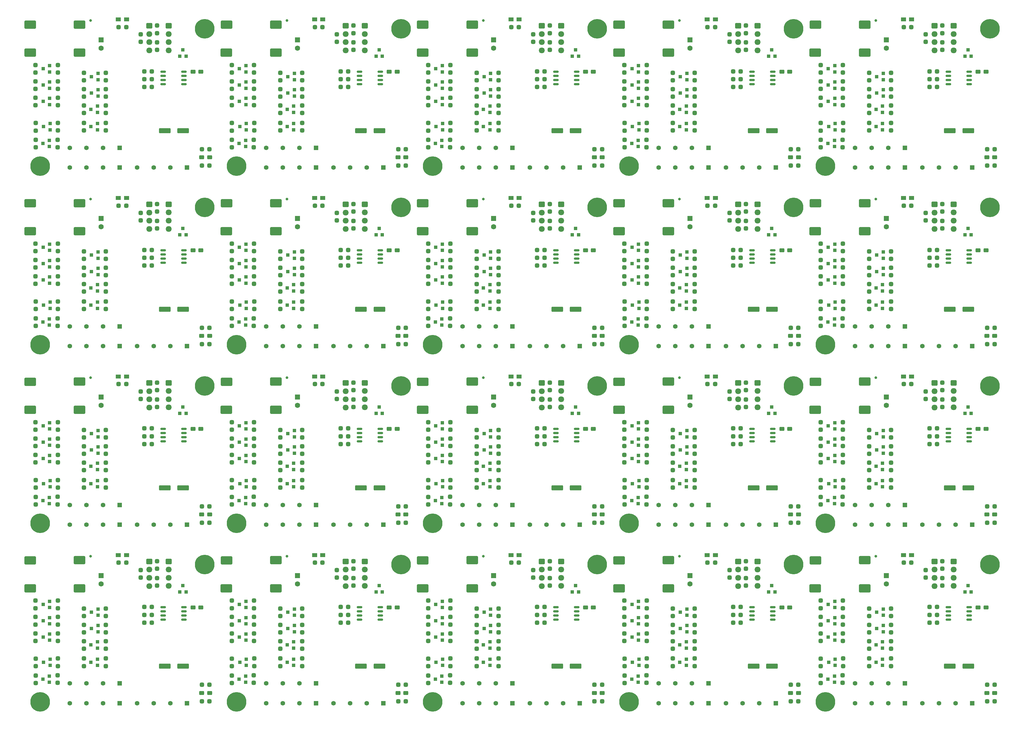
<source format=gbr>
%TF.GenerationSoftware,KiCad,Pcbnew,8.0.4*%
%TF.CreationDate,2024-11-04T15:19:50+09:00*%
%TF.ProjectId,L-SEAT V2.0,4c2d5345-4154-4205-9632-2e302e6b6963,rev?*%
%TF.SameCoordinates,Original*%
%TF.FileFunction,Soldermask,Top*%
%TF.FilePolarity,Negative*%
%FSLAX46Y46*%
G04 Gerber Fmt 4.6, Leading zero omitted, Abs format (unit mm)*
G04 Created by KiCad (PCBNEW 8.0.4) date 2024-11-04 15:19:50*
%MOMM*%
%LPD*%
G01*
G04 APERTURE LIST*
G04 Aperture macros list*
%AMRoundRect*
0 Rectangle with rounded corners*
0 $1 Rounding radius*
0 $2 $3 $4 $5 $6 $7 $8 $9 X,Y pos of 4 corners*
0 Add a 4 corners polygon primitive as box body*
4,1,4,$2,$3,$4,$5,$6,$7,$8,$9,$2,$3,0*
0 Add four circle primitives for the rounded corners*
1,1,$1+$1,$2,$3*
1,1,$1+$1,$4,$5*
1,1,$1+$1,$6,$7*
1,1,$1+$1,$8,$9*
0 Add four rect primitives between the rounded corners*
20,1,$1+$1,$2,$3,$4,$5,0*
20,1,$1+$1,$4,$5,$6,$7,0*
20,1,$1+$1,$6,$7,$8,$9,0*
20,1,$1+$1,$8,$9,$2,$3,0*%
G04 Aperture macros list end*
%ADD10RoundRect,0.249900X-0.675100X0.600100X-0.675100X-0.600100X0.675100X-0.600100X0.675100X0.600100X0*%
%ADD11O,1.850000X1.700000*%
%ADD12RoundRect,0.325000X0.325000X-0.325000X0.325000X0.325000X-0.325000X0.325000X-0.325000X-0.325000X0*%
%ADD13R,1.400000X1.400000*%
%ADD14C,1.400000*%
%ADD15C,0.800000*%
%ADD16R,1.100000X1.000000*%
%ADD17C,6.000000*%
%ADD18RoundRect,0.312500X-0.437500X-0.312500X0.437500X-0.312500X0.437500X0.312500X-0.437500X0.312500X0*%
%ADD19RoundRect,0.325000X-0.325000X-0.325000X0.325000X-0.325000X0.325000X0.325000X-0.325000X0.325000X0*%
%ADD20RoundRect,0.325000X-0.325000X0.325000X-0.325000X-0.325000X0.325000X-0.325000X0.325000X0.325000X0*%
%ADD21RoundRect,0.300000X-1.450000X-0.950000X1.450000X-0.950000X1.450000X0.950000X-1.450000X0.950000X0*%
%ADD22RoundRect,0.163800X-0.711200X-0.136200X0.711200X-0.136200X0.711200X0.136200X-0.711200X0.136200X0*%
%ADD23RoundRect,0.325000X0.325000X0.325000X-0.325000X0.325000X-0.325000X-0.325000X0.325000X-0.325000X0*%
%ADD24RoundRect,0.250000X1.500000X0.550000X-1.500000X0.550000X-1.500000X-0.550000X1.500000X-0.550000X0*%
%ADD25R,1.000000X1.100000*%
%ADD26R,1.500000X1.250000*%
%ADD27R,1.600000X1.600000*%
%ADD28C,1.600000*%
G04 APERTURE END LIST*
D10*
%TO.C,J4*%
X320660000Y-218500000D03*
D11*
X320660000Y-221000000D03*
X320660000Y-223500000D03*
X320660000Y-226000000D03*
%TD*%
D10*
%TO.C,J11*%
X314745000Y-218520000D03*
D11*
X314745000Y-221020000D03*
X314745000Y-223520000D03*
X314745000Y-226020000D03*
%TD*%
D12*
%TO.C,R14*%
X301495000Y-240190000D03*
X301495000Y-237890000D03*
%TD*%
D13*
%TO.C,K1*%
X305732500Y-255817500D03*
D14*
X300652500Y-255817500D03*
X295572500Y-255817500D03*
X290492500Y-255817500D03*
%TD*%
D12*
%TO.C,R16*%
X301495000Y-245190000D03*
X301495000Y-242890000D03*
%TD*%
D15*
%TO.C,SW1*%
X296820000Y-216900000D03*
%TD*%
D12*
%TO.C,R13*%
X301495000Y-235190000D03*
X301495000Y-232890000D03*
%TD*%
D16*
%TO.C,Q4*%
X284295000Y-237600000D03*
X284295000Y-235700000D03*
X282295000Y-236650000D03*
%TD*%
%TO.C,Q11*%
X298895000Y-250300000D03*
X298895000Y-248400000D03*
X296895000Y-249350000D03*
%TD*%
D17*
%TO.C,H1*%
X331695000Y-219440000D03*
%TD*%
D12*
%TO.C,R44*%
X317145000Y-220740000D03*
X317145000Y-218440000D03*
%TD*%
D16*
%TO.C,Q7*%
X299095000Y-239990000D03*
X299095000Y-238090000D03*
X297095000Y-239040000D03*
%TD*%
D18*
%TO.C,C10*%
X330795000Y-258740000D03*
X333195000Y-258740000D03*
%TD*%
D12*
%TO.C,R9*%
X286795000Y-242800000D03*
X286795000Y-240500000D03*
%TD*%
%TO.C,R8*%
X286795000Y-237800000D03*
X286795000Y-235500000D03*
%TD*%
D17*
%TO.C,H2*%
X281395000Y-261440000D03*
%TD*%
D12*
%TO.C,R1*%
X286795000Y-232800000D03*
X286795000Y-230500000D03*
%TD*%
D19*
%TO.C,R2*%
X305390000Y-218890000D03*
X307690000Y-218890000D03*
%TD*%
D20*
%TO.C,R46*%
X312090000Y-221130000D03*
X312090000Y-223430000D03*
%TD*%
D12*
%TO.C,R19*%
X294795000Y-235190000D03*
X294795000Y-232890000D03*
%TD*%
D16*
%TO.C,Q6*%
X299095000Y-234990000D03*
X299095000Y-233090000D03*
X297095000Y-234040000D03*
%TD*%
%TO.C,Q10*%
X284200000Y-255450000D03*
X284200000Y-253550000D03*
X282200000Y-254500000D03*
%TD*%
D21*
%TO.C,MO2*%
X278350000Y-218150000D03*
X278320000Y-226720000D03*
X293450000Y-218130000D03*
X293450000Y-226720000D03*
%TD*%
D12*
%TO.C,R15*%
X294795000Y-245190000D03*
X294795000Y-242890000D03*
%TD*%
%TO.C,R10*%
X279995000Y-232800000D03*
X279995000Y-230500000D03*
%TD*%
%TO.C,R24*%
X301495000Y-250500000D03*
X301495000Y-248200000D03*
%TD*%
D22*
%TO.C,U4*%
X319020000Y-232535000D03*
X319020000Y-233805000D03*
X319020000Y-235075000D03*
X319020000Y-236345000D03*
X325370000Y-236345000D03*
X325370000Y-235075000D03*
X325370000Y-233805000D03*
X325370000Y-232535000D03*
%TD*%
D12*
%TO.C,R45*%
X317145000Y-225890000D03*
X317145000Y-223590000D03*
%TD*%
D20*
%TO.C,R17*%
X280000000Y-248250000D03*
X280000000Y-250550000D03*
%TD*%
D23*
%TO.C,R42*%
X315545000Y-234840000D03*
X313245000Y-234840000D03*
%TD*%
D16*
%TO.C,Q1*%
X284295000Y-232600000D03*
X284295000Y-230700000D03*
X282295000Y-231650000D03*
%TD*%
D24*
%TO.C,C9*%
X325070000Y-250570000D03*
X319470000Y-250570000D03*
%TD*%
D16*
%TO.C,Q5*%
X284295000Y-242600000D03*
X284295000Y-240700000D03*
X282295000Y-241650000D03*
%TD*%
D18*
%TO.C,C3*%
X328095000Y-232540000D03*
X330495000Y-232540000D03*
%TD*%
D13*
%TO.C,K6*%
X326290000Y-261870000D03*
D14*
X321210000Y-261870000D03*
X316130000Y-261870000D03*
X311050000Y-261870000D03*
%TD*%
D12*
%TO.C,R11*%
X279995000Y-237800000D03*
X279995000Y-235500000D03*
%TD*%
D13*
%TO.C,K2*%
X305732500Y-261877500D03*
D14*
X300652500Y-261877500D03*
X295572500Y-261877500D03*
X290492500Y-261877500D03*
%TD*%
D20*
%TO.C,R21*%
X280000000Y-253400000D03*
X280000000Y-255700000D03*
%TD*%
D25*
%TO.C,D3*%
X324075000Y-227850000D03*
X325975000Y-227850000D03*
X325025000Y-225850000D03*
%TD*%
D23*
%TO.C,R3*%
X333145000Y-261240000D03*
X330845000Y-261240000D03*
%TD*%
D12*
%TO.C,R22*%
X286700000Y-255650000D03*
X286700000Y-253350000D03*
%TD*%
%TO.C,R20*%
X294795000Y-240190000D03*
X294795000Y-237890000D03*
%TD*%
%TO.C,R18*%
X286800000Y-250500000D03*
X286800000Y-248200000D03*
%TD*%
D23*
%TO.C,R43*%
X315545000Y-232440000D03*
X313245000Y-232440000D03*
%TD*%
D12*
%TO.C,R23*%
X294795000Y-250500000D03*
X294795000Y-248200000D03*
%TD*%
D26*
%TO.C,D2*%
X305290000Y-216560000D03*
X307790000Y-216560000D03*
%TD*%
D19*
%TO.C,R5*%
X330845000Y-256240000D03*
X333145000Y-256240000D03*
%TD*%
D27*
%TO.C,C8*%
X300010000Y-222850000D03*
D28*
X300010000Y-225350000D03*
%TD*%
D23*
%TO.C,R41*%
X315545000Y-237240000D03*
X313245000Y-237240000D03*
%TD*%
D12*
%TO.C,R12*%
X279995000Y-242800000D03*
X279995000Y-240500000D03*
%TD*%
D16*
%TO.C,Q8*%
X298895000Y-244990000D03*
X298895000Y-243090000D03*
X296895000Y-244040000D03*
%TD*%
%TO.C,Q9*%
X284400000Y-250300000D03*
X284400000Y-248400000D03*
X282400000Y-249350000D03*
%TD*%
D10*
%TO.C,J4*%
X260660000Y-218500000D03*
D11*
X260660000Y-221000000D03*
X260660000Y-223500000D03*
X260660000Y-226000000D03*
%TD*%
D10*
%TO.C,J11*%
X254745000Y-218520000D03*
D11*
X254745000Y-221020000D03*
X254745000Y-223520000D03*
X254745000Y-226020000D03*
%TD*%
D12*
%TO.C,R14*%
X241495000Y-240190000D03*
X241495000Y-237890000D03*
%TD*%
D13*
%TO.C,K1*%
X245732500Y-255817500D03*
D14*
X240652500Y-255817500D03*
X235572500Y-255817500D03*
X230492500Y-255817500D03*
%TD*%
D12*
%TO.C,R16*%
X241495000Y-245190000D03*
X241495000Y-242890000D03*
%TD*%
D15*
%TO.C,SW1*%
X236820000Y-216900000D03*
%TD*%
D12*
%TO.C,R13*%
X241495000Y-235190000D03*
X241495000Y-232890000D03*
%TD*%
D16*
%TO.C,Q4*%
X224295000Y-237600000D03*
X224295000Y-235700000D03*
X222295000Y-236650000D03*
%TD*%
%TO.C,Q11*%
X238895000Y-250300000D03*
X238895000Y-248400000D03*
X236895000Y-249350000D03*
%TD*%
D17*
%TO.C,H1*%
X271695000Y-219440000D03*
%TD*%
D12*
%TO.C,R44*%
X257145000Y-220740000D03*
X257145000Y-218440000D03*
%TD*%
D16*
%TO.C,Q7*%
X239095000Y-239990000D03*
X239095000Y-238090000D03*
X237095000Y-239040000D03*
%TD*%
D18*
%TO.C,C10*%
X270795000Y-258740000D03*
X273195000Y-258740000D03*
%TD*%
D12*
%TO.C,R9*%
X226795000Y-242800000D03*
X226795000Y-240500000D03*
%TD*%
%TO.C,R8*%
X226795000Y-237800000D03*
X226795000Y-235500000D03*
%TD*%
D17*
%TO.C,H2*%
X221395000Y-261440000D03*
%TD*%
D12*
%TO.C,R1*%
X226795000Y-232800000D03*
X226795000Y-230500000D03*
%TD*%
D19*
%TO.C,R2*%
X245390000Y-218890000D03*
X247690000Y-218890000D03*
%TD*%
D20*
%TO.C,R46*%
X252090000Y-221130000D03*
X252090000Y-223430000D03*
%TD*%
D12*
%TO.C,R19*%
X234795000Y-235190000D03*
X234795000Y-232890000D03*
%TD*%
D16*
%TO.C,Q6*%
X239095000Y-234990000D03*
X239095000Y-233090000D03*
X237095000Y-234040000D03*
%TD*%
%TO.C,Q10*%
X224200000Y-255450000D03*
X224200000Y-253550000D03*
X222200000Y-254500000D03*
%TD*%
D21*
%TO.C,MO2*%
X218350000Y-218150000D03*
X218320000Y-226720000D03*
X233450000Y-218130000D03*
X233450000Y-226720000D03*
%TD*%
D12*
%TO.C,R15*%
X234795000Y-245190000D03*
X234795000Y-242890000D03*
%TD*%
%TO.C,R10*%
X219995000Y-232800000D03*
X219995000Y-230500000D03*
%TD*%
%TO.C,R24*%
X241495000Y-250500000D03*
X241495000Y-248200000D03*
%TD*%
D22*
%TO.C,U4*%
X259020000Y-232535000D03*
X259020000Y-233805000D03*
X259020000Y-235075000D03*
X259020000Y-236345000D03*
X265370000Y-236345000D03*
X265370000Y-235075000D03*
X265370000Y-233805000D03*
X265370000Y-232535000D03*
%TD*%
D12*
%TO.C,R45*%
X257145000Y-225890000D03*
X257145000Y-223590000D03*
%TD*%
D20*
%TO.C,R17*%
X220000000Y-248250000D03*
X220000000Y-250550000D03*
%TD*%
D23*
%TO.C,R42*%
X255545000Y-234840000D03*
X253245000Y-234840000D03*
%TD*%
D16*
%TO.C,Q1*%
X224295000Y-232600000D03*
X224295000Y-230700000D03*
X222295000Y-231650000D03*
%TD*%
D24*
%TO.C,C9*%
X265070000Y-250570000D03*
X259470000Y-250570000D03*
%TD*%
D16*
%TO.C,Q5*%
X224295000Y-242600000D03*
X224295000Y-240700000D03*
X222295000Y-241650000D03*
%TD*%
D18*
%TO.C,C3*%
X268095000Y-232540000D03*
X270495000Y-232540000D03*
%TD*%
D13*
%TO.C,K6*%
X266290000Y-261870000D03*
D14*
X261210000Y-261870000D03*
X256130000Y-261870000D03*
X251050000Y-261870000D03*
%TD*%
D12*
%TO.C,R11*%
X219995000Y-237800000D03*
X219995000Y-235500000D03*
%TD*%
D13*
%TO.C,K2*%
X245732500Y-261877500D03*
D14*
X240652500Y-261877500D03*
X235572500Y-261877500D03*
X230492500Y-261877500D03*
%TD*%
D20*
%TO.C,R21*%
X220000000Y-253400000D03*
X220000000Y-255700000D03*
%TD*%
D25*
%TO.C,D3*%
X264075000Y-227850000D03*
X265975000Y-227850000D03*
X265025000Y-225850000D03*
%TD*%
D23*
%TO.C,R3*%
X273145000Y-261240000D03*
X270845000Y-261240000D03*
%TD*%
D12*
%TO.C,R22*%
X226700000Y-255650000D03*
X226700000Y-253350000D03*
%TD*%
%TO.C,R20*%
X234795000Y-240190000D03*
X234795000Y-237890000D03*
%TD*%
%TO.C,R18*%
X226800000Y-250500000D03*
X226800000Y-248200000D03*
%TD*%
D23*
%TO.C,R43*%
X255545000Y-232440000D03*
X253245000Y-232440000D03*
%TD*%
D12*
%TO.C,R23*%
X234795000Y-250500000D03*
X234795000Y-248200000D03*
%TD*%
D26*
%TO.C,D2*%
X245290000Y-216560000D03*
X247790000Y-216560000D03*
%TD*%
D19*
%TO.C,R5*%
X270845000Y-256240000D03*
X273145000Y-256240000D03*
%TD*%
D27*
%TO.C,C8*%
X240010000Y-222850000D03*
D28*
X240010000Y-225350000D03*
%TD*%
D23*
%TO.C,R41*%
X255545000Y-237240000D03*
X253245000Y-237240000D03*
%TD*%
D12*
%TO.C,R12*%
X219995000Y-242800000D03*
X219995000Y-240500000D03*
%TD*%
D16*
%TO.C,Q8*%
X238895000Y-244990000D03*
X238895000Y-243090000D03*
X236895000Y-244040000D03*
%TD*%
%TO.C,Q9*%
X224400000Y-250300000D03*
X224400000Y-248400000D03*
X222400000Y-249350000D03*
%TD*%
D10*
%TO.C,J4*%
X200660000Y-218500000D03*
D11*
X200660000Y-221000000D03*
X200660000Y-223500000D03*
X200660000Y-226000000D03*
%TD*%
D10*
%TO.C,J11*%
X194745000Y-218520000D03*
D11*
X194745000Y-221020000D03*
X194745000Y-223520000D03*
X194745000Y-226020000D03*
%TD*%
D12*
%TO.C,R14*%
X181495000Y-240190000D03*
X181495000Y-237890000D03*
%TD*%
D13*
%TO.C,K1*%
X185732500Y-255817500D03*
D14*
X180652500Y-255817500D03*
X175572500Y-255817500D03*
X170492500Y-255817500D03*
%TD*%
D12*
%TO.C,R16*%
X181495000Y-245190000D03*
X181495000Y-242890000D03*
%TD*%
D15*
%TO.C,SW1*%
X176820000Y-216900000D03*
%TD*%
D12*
%TO.C,R13*%
X181495000Y-235190000D03*
X181495000Y-232890000D03*
%TD*%
D16*
%TO.C,Q4*%
X164295000Y-237600000D03*
X164295000Y-235700000D03*
X162295000Y-236650000D03*
%TD*%
%TO.C,Q11*%
X178895000Y-250300000D03*
X178895000Y-248400000D03*
X176895000Y-249350000D03*
%TD*%
D17*
%TO.C,H1*%
X211695000Y-219440000D03*
%TD*%
D12*
%TO.C,R44*%
X197145000Y-220740000D03*
X197145000Y-218440000D03*
%TD*%
D16*
%TO.C,Q7*%
X179095000Y-239990000D03*
X179095000Y-238090000D03*
X177095000Y-239040000D03*
%TD*%
D18*
%TO.C,C10*%
X210795000Y-258740000D03*
X213195000Y-258740000D03*
%TD*%
D12*
%TO.C,R9*%
X166795000Y-242800000D03*
X166795000Y-240500000D03*
%TD*%
%TO.C,R8*%
X166795000Y-237800000D03*
X166795000Y-235500000D03*
%TD*%
D17*
%TO.C,H2*%
X161395000Y-261440000D03*
%TD*%
D12*
%TO.C,R1*%
X166795000Y-232800000D03*
X166795000Y-230500000D03*
%TD*%
D19*
%TO.C,R2*%
X185390000Y-218890000D03*
X187690000Y-218890000D03*
%TD*%
D20*
%TO.C,R46*%
X192090000Y-221130000D03*
X192090000Y-223430000D03*
%TD*%
D12*
%TO.C,R19*%
X174795000Y-235190000D03*
X174795000Y-232890000D03*
%TD*%
D16*
%TO.C,Q6*%
X179095000Y-234990000D03*
X179095000Y-233090000D03*
X177095000Y-234040000D03*
%TD*%
%TO.C,Q10*%
X164200000Y-255450000D03*
X164200000Y-253550000D03*
X162200000Y-254500000D03*
%TD*%
D21*
%TO.C,MO2*%
X158350000Y-218150000D03*
X158320000Y-226720000D03*
X173450000Y-218130000D03*
X173450000Y-226720000D03*
%TD*%
D12*
%TO.C,R15*%
X174795000Y-245190000D03*
X174795000Y-242890000D03*
%TD*%
%TO.C,R10*%
X159995000Y-232800000D03*
X159995000Y-230500000D03*
%TD*%
%TO.C,R24*%
X181495000Y-250500000D03*
X181495000Y-248200000D03*
%TD*%
D22*
%TO.C,U4*%
X199020000Y-232535000D03*
X199020000Y-233805000D03*
X199020000Y-235075000D03*
X199020000Y-236345000D03*
X205370000Y-236345000D03*
X205370000Y-235075000D03*
X205370000Y-233805000D03*
X205370000Y-232535000D03*
%TD*%
D12*
%TO.C,R45*%
X197145000Y-225890000D03*
X197145000Y-223590000D03*
%TD*%
D20*
%TO.C,R17*%
X160000000Y-248250000D03*
X160000000Y-250550000D03*
%TD*%
D23*
%TO.C,R42*%
X195545000Y-234840000D03*
X193245000Y-234840000D03*
%TD*%
D16*
%TO.C,Q1*%
X164295000Y-232600000D03*
X164295000Y-230700000D03*
X162295000Y-231650000D03*
%TD*%
D24*
%TO.C,C9*%
X205070000Y-250570000D03*
X199470000Y-250570000D03*
%TD*%
D16*
%TO.C,Q5*%
X164295000Y-242600000D03*
X164295000Y-240700000D03*
X162295000Y-241650000D03*
%TD*%
D18*
%TO.C,C3*%
X208095000Y-232540000D03*
X210495000Y-232540000D03*
%TD*%
D13*
%TO.C,K6*%
X206290000Y-261870000D03*
D14*
X201210000Y-261870000D03*
X196130000Y-261870000D03*
X191050000Y-261870000D03*
%TD*%
D12*
%TO.C,R11*%
X159995000Y-237800000D03*
X159995000Y-235500000D03*
%TD*%
D13*
%TO.C,K2*%
X185732500Y-261877500D03*
D14*
X180652500Y-261877500D03*
X175572500Y-261877500D03*
X170492500Y-261877500D03*
%TD*%
D20*
%TO.C,R21*%
X160000000Y-253400000D03*
X160000000Y-255700000D03*
%TD*%
D25*
%TO.C,D3*%
X204075000Y-227850000D03*
X205975000Y-227850000D03*
X205025000Y-225850000D03*
%TD*%
D23*
%TO.C,R3*%
X213145000Y-261240000D03*
X210845000Y-261240000D03*
%TD*%
D12*
%TO.C,R22*%
X166700000Y-255650000D03*
X166700000Y-253350000D03*
%TD*%
%TO.C,R20*%
X174795000Y-240190000D03*
X174795000Y-237890000D03*
%TD*%
%TO.C,R18*%
X166800000Y-250500000D03*
X166800000Y-248200000D03*
%TD*%
D23*
%TO.C,R43*%
X195545000Y-232440000D03*
X193245000Y-232440000D03*
%TD*%
D12*
%TO.C,R23*%
X174795000Y-250500000D03*
X174795000Y-248200000D03*
%TD*%
D26*
%TO.C,D2*%
X185290000Y-216560000D03*
X187790000Y-216560000D03*
%TD*%
D19*
%TO.C,R5*%
X210845000Y-256240000D03*
X213145000Y-256240000D03*
%TD*%
D27*
%TO.C,C8*%
X180010000Y-222850000D03*
D28*
X180010000Y-225350000D03*
%TD*%
D23*
%TO.C,R41*%
X195545000Y-237240000D03*
X193245000Y-237240000D03*
%TD*%
D12*
%TO.C,R12*%
X159995000Y-242800000D03*
X159995000Y-240500000D03*
%TD*%
D16*
%TO.C,Q8*%
X178895000Y-244990000D03*
X178895000Y-243090000D03*
X176895000Y-244040000D03*
%TD*%
%TO.C,Q9*%
X164400000Y-250300000D03*
X164400000Y-248400000D03*
X162400000Y-249350000D03*
%TD*%
D10*
%TO.C,J4*%
X140660000Y-218500000D03*
D11*
X140660000Y-221000000D03*
X140660000Y-223500000D03*
X140660000Y-226000000D03*
%TD*%
D10*
%TO.C,J11*%
X134745000Y-218520000D03*
D11*
X134745000Y-221020000D03*
X134745000Y-223520000D03*
X134745000Y-226020000D03*
%TD*%
D12*
%TO.C,R14*%
X121495000Y-240190000D03*
X121495000Y-237890000D03*
%TD*%
D13*
%TO.C,K1*%
X125732500Y-255817500D03*
D14*
X120652500Y-255817500D03*
X115572500Y-255817500D03*
X110492500Y-255817500D03*
%TD*%
D12*
%TO.C,R16*%
X121495000Y-245190000D03*
X121495000Y-242890000D03*
%TD*%
D15*
%TO.C,SW1*%
X116820000Y-216900000D03*
%TD*%
D12*
%TO.C,R13*%
X121495000Y-235190000D03*
X121495000Y-232890000D03*
%TD*%
D16*
%TO.C,Q4*%
X104295000Y-237600000D03*
X104295000Y-235700000D03*
X102295000Y-236650000D03*
%TD*%
%TO.C,Q11*%
X118895000Y-250300000D03*
X118895000Y-248400000D03*
X116895000Y-249350000D03*
%TD*%
D17*
%TO.C,H1*%
X151695000Y-219440000D03*
%TD*%
D12*
%TO.C,R44*%
X137145000Y-220740000D03*
X137145000Y-218440000D03*
%TD*%
D16*
%TO.C,Q7*%
X119095000Y-239990000D03*
X119095000Y-238090000D03*
X117095000Y-239040000D03*
%TD*%
D18*
%TO.C,C10*%
X150795000Y-258740000D03*
X153195000Y-258740000D03*
%TD*%
D12*
%TO.C,R9*%
X106795000Y-242800000D03*
X106795000Y-240500000D03*
%TD*%
%TO.C,R8*%
X106795000Y-237800000D03*
X106795000Y-235500000D03*
%TD*%
D17*
%TO.C,H2*%
X101395000Y-261440000D03*
%TD*%
D12*
%TO.C,R1*%
X106795000Y-232800000D03*
X106795000Y-230500000D03*
%TD*%
D19*
%TO.C,R2*%
X125390000Y-218890000D03*
X127690000Y-218890000D03*
%TD*%
D20*
%TO.C,R46*%
X132090000Y-221130000D03*
X132090000Y-223430000D03*
%TD*%
D12*
%TO.C,R19*%
X114795000Y-235190000D03*
X114795000Y-232890000D03*
%TD*%
D16*
%TO.C,Q6*%
X119095000Y-234990000D03*
X119095000Y-233090000D03*
X117095000Y-234040000D03*
%TD*%
%TO.C,Q10*%
X104200000Y-255450000D03*
X104200000Y-253550000D03*
X102200000Y-254500000D03*
%TD*%
D21*
%TO.C,MO2*%
X98350000Y-218150000D03*
X98320000Y-226720000D03*
X113450000Y-218130000D03*
X113450000Y-226720000D03*
%TD*%
D12*
%TO.C,R15*%
X114795000Y-245190000D03*
X114795000Y-242890000D03*
%TD*%
%TO.C,R10*%
X99995000Y-232800000D03*
X99995000Y-230500000D03*
%TD*%
%TO.C,R24*%
X121495000Y-250500000D03*
X121495000Y-248200000D03*
%TD*%
D22*
%TO.C,U4*%
X139020000Y-232535000D03*
X139020000Y-233805000D03*
X139020000Y-235075000D03*
X139020000Y-236345000D03*
X145370000Y-236345000D03*
X145370000Y-235075000D03*
X145370000Y-233805000D03*
X145370000Y-232535000D03*
%TD*%
D12*
%TO.C,R45*%
X137145000Y-225890000D03*
X137145000Y-223590000D03*
%TD*%
D20*
%TO.C,R17*%
X100000000Y-248250000D03*
X100000000Y-250550000D03*
%TD*%
D23*
%TO.C,R42*%
X135545000Y-234840000D03*
X133245000Y-234840000D03*
%TD*%
D16*
%TO.C,Q1*%
X104295000Y-232600000D03*
X104295000Y-230700000D03*
X102295000Y-231650000D03*
%TD*%
D24*
%TO.C,C9*%
X145070000Y-250570000D03*
X139470000Y-250570000D03*
%TD*%
D16*
%TO.C,Q5*%
X104295000Y-242600000D03*
X104295000Y-240700000D03*
X102295000Y-241650000D03*
%TD*%
D18*
%TO.C,C3*%
X148095000Y-232540000D03*
X150495000Y-232540000D03*
%TD*%
D13*
%TO.C,K6*%
X146290000Y-261870000D03*
D14*
X141210000Y-261870000D03*
X136130000Y-261870000D03*
X131050000Y-261870000D03*
%TD*%
D12*
%TO.C,R11*%
X99995000Y-237800000D03*
X99995000Y-235500000D03*
%TD*%
D13*
%TO.C,K2*%
X125732500Y-261877500D03*
D14*
X120652500Y-261877500D03*
X115572500Y-261877500D03*
X110492500Y-261877500D03*
%TD*%
D20*
%TO.C,R21*%
X100000000Y-253400000D03*
X100000000Y-255700000D03*
%TD*%
D25*
%TO.C,D3*%
X144075000Y-227850000D03*
X145975000Y-227850000D03*
X145025000Y-225850000D03*
%TD*%
D23*
%TO.C,R3*%
X153145000Y-261240000D03*
X150845000Y-261240000D03*
%TD*%
D12*
%TO.C,R22*%
X106700000Y-255650000D03*
X106700000Y-253350000D03*
%TD*%
%TO.C,R20*%
X114795000Y-240190000D03*
X114795000Y-237890000D03*
%TD*%
%TO.C,R18*%
X106800000Y-250500000D03*
X106800000Y-248200000D03*
%TD*%
D23*
%TO.C,R43*%
X135545000Y-232440000D03*
X133245000Y-232440000D03*
%TD*%
D12*
%TO.C,R23*%
X114795000Y-250500000D03*
X114795000Y-248200000D03*
%TD*%
D26*
%TO.C,D2*%
X125290000Y-216560000D03*
X127790000Y-216560000D03*
%TD*%
D19*
%TO.C,R5*%
X150845000Y-256240000D03*
X153145000Y-256240000D03*
%TD*%
D27*
%TO.C,C8*%
X120010000Y-222850000D03*
D28*
X120010000Y-225350000D03*
%TD*%
D23*
%TO.C,R41*%
X135545000Y-237240000D03*
X133245000Y-237240000D03*
%TD*%
D12*
%TO.C,R12*%
X99995000Y-242800000D03*
X99995000Y-240500000D03*
%TD*%
D16*
%TO.C,Q8*%
X118895000Y-244990000D03*
X118895000Y-243090000D03*
X116895000Y-244040000D03*
%TD*%
%TO.C,Q9*%
X104400000Y-250300000D03*
X104400000Y-248400000D03*
X102400000Y-249350000D03*
%TD*%
D10*
%TO.C,J4*%
X80660000Y-218500000D03*
D11*
X80660000Y-221000000D03*
X80660000Y-223500000D03*
X80660000Y-226000000D03*
%TD*%
D10*
%TO.C,J11*%
X74745000Y-218520000D03*
D11*
X74745000Y-221020000D03*
X74745000Y-223520000D03*
X74745000Y-226020000D03*
%TD*%
D12*
%TO.C,R14*%
X61495000Y-240190000D03*
X61495000Y-237890000D03*
%TD*%
D13*
%TO.C,K1*%
X65732500Y-255817500D03*
D14*
X60652500Y-255817500D03*
X55572500Y-255817500D03*
X50492500Y-255817500D03*
%TD*%
D12*
%TO.C,R16*%
X61495000Y-245190000D03*
X61495000Y-242890000D03*
%TD*%
D15*
%TO.C,SW1*%
X56820000Y-216900000D03*
%TD*%
D12*
%TO.C,R13*%
X61495000Y-235190000D03*
X61495000Y-232890000D03*
%TD*%
D16*
%TO.C,Q4*%
X44295000Y-237600000D03*
X44295000Y-235700000D03*
X42295000Y-236650000D03*
%TD*%
%TO.C,Q11*%
X58895000Y-250300000D03*
X58895000Y-248400000D03*
X56895000Y-249350000D03*
%TD*%
D17*
%TO.C,H1*%
X91695000Y-219440000D03*
%TD*%
D12*
%TO.C,R44*%
X77145000Y-220740000D03*
X77145000Y-218440000D03*
%TD*%
D16*
%TO.C,Q7*%
X59095000Y-239990000D03*
X59095000Y-238090000D03*
X57095000Y-239040000D03*
%TD*%
D18*
%TO.C,C10*%
X90795000Y-258740000D03*
X93195000Y-258740000D03*
%TD*%
D12*
%TO.C,R9*%
X46795000Y-242800000D03*
X46795000Y-240500000D03*
%TD*%
%TO.C,R8*%
X46795000Y-237800000D03*
X46795000Y-235500000D03*
%TD*%
D17*
%TO.C,H2*%
X41395000Y-261440000D03*
%TD*%
D12*
%TO.C,R1*%
X46795000Y-232800000D03*
X46795000Y-230500000D03*
%TD*%
D19*
%TO.C,R2*%
X65390000Y-218890000D03*
X67690000Y-218890000D03*
%TD*%
D20*
%TO.C,R46*%
X72090000Y-221130000D03*
X72090000Y-223430000D03*
%TD*%
D12*
%TO.C,R19*%
X54795000Y-235190000D03*
X54795000Y-232890000D03*
%TD*%
D16*
%TO.C,Q6*%
X59095000Y-234990000D03*
X59095000Y-233090000D03*
X57095000Y-234040000D03*
%TD*%
%TO.C,Q10*%
X44200000Y-255450000D03*
X44200000Y-253550000D03*
X42200000Y-254500000D03*
%TD*%
D21*
%TO.C,MO2*%
X38350000Y-218150000D03*
X38320000Y-226720000D03*
X53450000Y-218130000D03*
X53450000Y-226720000D03*
%TD*%
D12*
%TO.C,R15*%
X54795000Y-245190000D03*
X54795000Y-242890000D03*
%TD*%
%TO.C,R10*%
X39995000Y-232800000D03*
X39995000Y-230500000D03*
%TD*%
%TO.C,R24*%
X61495000Y-250500000D03*
X61495000Y-248200000D03*
%TD*%
D22*
%TO.C,U4*%
X79020000Y-232535000D03*
X79020000Y-233805000D03*
X79020000Y-235075000D03*
X79020000Y-236345000D03*
X85370000Y-236345000D03*
X85370000Y-235075000D03*
X85370000Y-233805000D03*
X85370000Y-232535000D03*
%TD*%
D12*
%TO.C,R45*%
X77145000Y-225890000D03*
X77145000Y-223590000D03*
%TD*%
D20*
%TO.C,R17*%
X40000000Y-248250000D03*
X40000000Y-250550000D03*
%TD*%
D23*
%TO.C,R42*%
X75545000Y-234840000D03*
X73245000Y-234840000D03*
%TD*%
D16*
%TO.C,Q1*%
X44295000Y-232600000D03*
X44295000Y-230700000D03*
X42295000Y-231650000D03*
%TD*%
D24*
%TO.C,C9*%
X85070000Y-250570000D03*
X79470000Y-250570000D03*
%TD*%
D16*
%TO.C,Q5*%
X44295000Y-242600000D03*
X44295000Y-240700000D03*
X42295000Y-241650000D03*
%TD*%
D18*
%TO.C,C3*%
X88095000Y-232540000D03*
X90495000Y-232540000D03*
%TD*%
D13*
%TO.C,K6*%
X86290000Y-261870000D03*
D14*
X81210000Y-261870000D03*
X76130000Y-261870000D03*
X71050000Y-261870000D03*
%TD*%
D12*
%TO.C,R11*%
X39995000Y-237800000D03*
X39995000Y-235500000D03*
%TD*%
D13*
%TO.C,K2*%
X65732500Y-261877500D03*
D14*
X60652500Y-261877500D03*
X55572500Y-261877500D03*
X50492500Y-261877500D03*
%TD*%
D20*
%TO.C,R21*%
X40000000Y-253400000D03*
X40000000Y-255700000D03*
%TD*%
D25*
%TO.C,D3*%
X84075000Y-227850000D03*
X85975000Y-227850000D03*
X85025000Y-225850000D03*
%TD*%
D23*
%TO.C,R3*%
X93145000Y-261240000D03*
X90845000Y-261240000D03*
%TD*%
D12*
%TO.C,R22*%
X46700000Y-255650000D03*
X46700000Y-253350000D03*
%TD*%
%TO.C,R20*%
X54795000Y-240190000D03*
X54795000Y-237890000D03*
%TD*%
%TO.C,R18*%
X46800000Y-250500000D03*
X46800000Y-248200000D03*
%TD*%
D23*
%TO.C,R43*%
X75545000Y-232440000D03*
X73245000Y-232440000D03*
%TD*%
D12*
%TO.C,R23*%
X54795000Y-250500000D03*
X54795000Y-248200000D03*
%TD*%
D26*
%TO.C,D2*%
X65290000Y-216560000D03*
X67790000Y-216560000D03*
%TD*%
D19*
%TO.C,R5*%
X90845000Y-256240000D03*
X93145000Y-256240000D03*
%TD*%
D27*
%TO.C,C8*%
X60010000Y-222850000D03*
D28*
X60010000Y-225350000D03*
%TD*%
D23*
%TO.C,R41*%
X75545000Y-237240000D03*
X73245000Y-237240000D03*
%TD*%
D12*
%TO.C,R12*%
X39995000Y-242800000D03*
X39995000Y-240500000D03*
%TD*%
D16*
%TO.C,Q8*%
X58895000Y-244990000D03*
X58895000Y-243090000D03*
X56895000Y-244040000D03*
%TD*%
%TO.C,Q9*%
X44400000Y-250300000D03*
X44400000Y-248400000D03*
X42400000Y-249350000D03*
%TD*%
D10*
%TO.C,J4*%
X320660000Y-163900000D03*
D11*
X320660000Y-166400000D03*
X320660000Y-168900000D03*
X320660000Y-171400000D03*
%TD*%
D10*
%TO.C,J11*%
X314745000Y-163920000D03*
D11*
X314745000Y-166420000D03*
X314745000Y-168920000D03*
X314745000Y-171420000D03*
%TD*%
D12*
%TO.C,R14*%
X301495000Y-185590000D03*
X301495000Y-183290000D03*
%TD*%
D13*
%TO.C,K1*%
X305732500Y-201217500D03*
D14*
X300652500Y-201217500D03*
X295572500Y-201217500D03*
X290492500Y-201217500D03*
%TD*%
D12*
%TO.C,R16*%
X301495000Y-190590000D03*
X301495000Y-188290000D03*
%TD*%
D15*
%TO.C,SW1*%
X296820000Y-162300000D03*
%TD*%
D12*
%TO.C,R13*%
X301495000Y-180590000D03*
X301495000Y-178290000D03*
%TD*%
D16*
%TO.C,Q4*%
X284295000Y-183000000D03*
X284295000Y-181100000D03*
X282295000Y-182050000D03*
%TD*%
%TO.C,Q11*%
X298895000Y-195700000D03*
X298895000Y-193800000D03*
X296895000Y-194750000D03*
%TD*%
D17*
%TO.C,H1*%
X331695000Y-164840000D03*
%TD*%
D12*
%TO.C,R44*%
X317145000Y-166140000D03*
X317145000Y-163840000D03*
%TD*%
D16*
%TO.C,Q7*%
X299095000Y-185390000D03*
X299095000Y-183490000D03*
X297095000Y-184440000D03*
%TD*%
D18*
%TO.C,C10*%
X330795000Y-204140000D03*
X333195000Y-204140000D03*
%TD*%
D12*
%TO.C,R9*%
X286795000Y-188200000D03*
X286795000Y-185900000D03*
%TD*%
%TO.C,R8*%
X286795000Y-183200000D03*
X286795000Y-180900000D03*
%TD*%
D17*
%TO.C,H2*%
X281395000Y-206840000D03*
%TD*%
D12*
%TO.C,R1*%
X286795000Y-178200000D03*
X286795000Y-175900000D03*
%TD*%
D19*
%TO.C,R2*%
X305390000Y-164290000D03*
X307690000Y-164290000D03*
%TD*%
D20*
%TO.C,R46*%
X312090000Y-166530000D03*
X312090000Y-168830000D03*
%TD*%
D12*
%TO.C,R19*%
X294795000Y-180590000D03*
X294795000Y-178290000D03*
%TD*%
D16*
%TO.C,Q6*%
X299095000Y-180390000D03*
X299095000Y-178490000D03*
X297095000Y-179440000D03*
%TD*%
%TO.C,Q10*%
X284200000Y-200850000D03*
X284200000Y-198950000D03*
X282200000Y-199900000D03*
%TD*%
D21*
%TO.C,MO2*%
X278350000Y-163550000D03*
X278320000Y-172120000D03*
X293450000Y-163530000D03*
X293450000Y-172120000D03*
%TD*%
D12*
%TO.C,R15*%
X294795000Y-190590000D03*
X294795000Y-188290000D03*
%TD*%
%TO.C,R10*%
X279995000Y-178200000D03*
X279995000Y-175900000D03*
%TD*%
%TO.C,R24*%
X301495000Y-195900000D03*
X301495000Y-193600000D03*
%TD*%
D22*
%TO.C,U4*%
X319020000Y-177935000D03*
X319020000Y-179205000D03*
X319020000Y-180475000D03*
X319020000Y-181745000D03*
X325370000Y-181745000D03*
X325370000Y-180475000D03*
X325370000Y-179205000D03*
X325370000Y-177935000D03*
%TD*%
D12*
%TO.C,R45*%
X317145000Y-171290000D03*
X317145000Y-168990000D03*
%TD*%
D20*
%TO.C,R17*%
X280000000Y-193650000D03*
X280000000Y-195950000D03*
%TD*%
D23*
%TO.C,R42*%
X315545000Y-180240000D03*
X313245000Y-180240000D03*
%TD*%
D16*
%TO.C,Q1*%
X284295000Y-178000000D03*
X284295000Y-176100000D03*
X282295000Y-177050000D03*
%TD*%
D24*
%TO.C,C9*%
X325070000Y-195970000D03*
X319470000Y-195970000D03*
%TD*%
D16*
%TO.C,Q5*%
X284295000Y-188000000D03*
X284295000Y-186100000D03*
X282295000Y-187050000D03*
%TD*%
D18*
%TO.C,C3*%
X328095000Y-177940000D03*
X330495000Y-177940000D03*
%TD*%
D13*
%TO.C,K6*%
X326290000Y-207270000D03*
D14*
X321210000Y-207270000D03*
X316130000Y-207270000D03*
X311050000Y-207270000D03*
%TD*%
D12*
%TO.C,R11*%
X279995000Y-183200000D03*
X279995000Y-180900000D03*
%TD*%
D13*
%TO.C,K2*%
X305732500Y-207277500D03*
D14*
X300652500Y-207277500D03*
X295572500Y-207277500D03*
X290492500Y-207277500D03*
%TD*%
D20*
%TO.C,R21*%
X280000000Y-198800000D03*
X280000000Y-201100000D03*
%TD*%
D25*
%TO.C,D3*%
X324075000Y-173250000D03*
X325975000Y-173250000D03*
X325025000Y-171250000D03*
%TD*%
D23*
%TO.C,R3*%
X333145000Y-206640000D03*
X330845000Y-206640000D03*
%TD*%
D12*
%TO.C,R22*%
X286700000Y-201050000D03*
X286700000Y-198750000D03*
%TD*%
%TO.C,R20*%
X294795000Y-185590000D03*
X294795000Y-183290000D03*
%TD*%
%TO.C,R18*%
X286800000Y-195900000D03*
X286800000Y-193600000D03*
%TD*%
D23*
%TO.C,R43*%
X315545000Y-177840000D03*
X313245000Y-177840000D03*
%TD*%
D12*
%TO.C,R23*%
X294795000Y-195900000D03*
X294795000Y-193600000D03*
%TD*%
D26*
%TO.C,D2*%
X305290000Y-161960000D03*
X307790000Y-161960000D03*
%TD*%
D19*
%TO.C,R5*%
X330845000Y-201640000D03*
X333145000Y-201640000D03*
%TD*%
D27*
%TO.C,C8*%
X300010000Y-168250000D03*
D28*
X300010000Y-170750000D03*
%TD*%
D23*
%TO.C,R41*%
X315545000Y-182640000D03*
X313245000Y-182640000D03*
%TD*%
D12*
%TO.C,R12*%
X279995000Y-188200000D03*
X279995000Y-185900000D03*
%TD*%
D16*
%TO.C,Q8*%
X298895000Y-190390000D03*
X298895000Y-188490000D03*
X296895000Y-189440000D03*
%TD*%
%TO.C,Q9*%
X284400000Y-195700000D03*
X284400000Y-193800000D03*
X282400000Y-194750000D03*
%TD*%
D10*
%TO.C,J4*%
X260660000Y-163900000D03*
D11*
X260660000Y-166400000D03*
X260660000Y-168900000D03*
X260660000Y-171400000D03*
%TD*%
D10*
%TO.C,J11*%
X254745000Y-163920000D03*
D11*
X254745000Y-166420000D03*
X254745000Y-168920000D03*
X254745000Y-171420000D03*
%TD*%
D12*
%TO.C,R14*%
X241495000Y-185590000D03*
X241495000Y-183290000D03*
%TD*%
D13*
%TO.C,K1*%
X245732500Y-201217500D03*
D14*
X240652500Y-201217500D03*
X235572500Y-201217500D03*
X230492500Y-201217500D03*
%TD*%
D12*
%TO.C,R16*%
X241495000Y-190590000D03*
X241495000Y-188290000D03*
%TD*%
D15*
%TO.C,SW1*%
X236820000Y-162300000D03*
%TD*%
D12*
%TO.C,R13*%
X241495000Y-180590000D03*
X241495000Y-178290000D03*
%TD*%
D16*
%TO.C,Q4*%
X224295000Y-183000000D03*
X224295000Y-181100000D03*
X222295000Y-182050000D03*
%TD*%
%TO.C,Q11*%
X238895000Y-195700000D03*
X238895000Y-193800000D03*
X236895000Y-194750000D03*
%TD*%
D17*
%TO.C,H1*%
X271695000Y-164840000D03*
%TD*%
D12*
%TO.C,R44*%
X257145000Y-166140000D03*
X257145000Y-163840000D03*
%TD*%
D16*
%TO.C,Q7*%
X239095000Y-185390000D03*
X239095000Y-183490000D03*
X237095000Y-184440000D03*
%TD*%
D18*
%TO.C,C10*%
X270795000Y-204140000D03*
X273195000Y-204140000D03*
%TD*%
D12*
%TO.C,R9*%
X226795000Y-188200000D03*
X226795000Y-185900000D03*
%TD*%
%TO.C,R8*%
X226795000Y-183200000D03*
X226795000Y-180900000D03*
%TD*%
D17*
%TO.C,H2*%
X221395000Y-206840000D03*
%TD*%
D12*
%TO.C,R1*%
X226795000Y-178200000D03*
X226795000Y-175900000D03*
%TD*%
D19*
%TO.C,R2*%
X245390000Y-164290000D03*
X247690000Y-164290000D03*
%TD*%
D20*
%TO.C,R46*%
X252090000Y-166530000D03*
X252090000Y-168830000D03*
%TD*%
D12*
%TO.C,R19*%
X234795000Y-180590000D03*
X234795000Y-178290000D03*
%TD*%
D16*
%TO.C,Q6*%
X239095000Y-180390000D03*
X239095000Y-178490000D03*
X237095000Y-179440000D03*
%TD*%
%TO.C,Q10*%
X224200000Y-200850000D03*
X224200000Y-198950000D03*
X222200000Y-199900000D03*
%TD*%
D21*
%TO.C,MO2*%
X218350000Y-163550000D03*
X218320000Y-172120000D03*
X233450000Y-163530000D03*
X233450000Y-172120000D03*
%TD*%
D12*
%TO.C,R15*%
X234795000Y-190590000D03*
X234795000Y-188290000D03*
%TD*%
%TO.C,R10*%
X219995000Y-178200000D03*
X219995000Y-175900000D03*
%TD*%
%TO.C,R24*%
X241495000Y-195900000D03*
X241495000Y-193600000D03*
%TD*%
D22*
%TO.C,U4*%
X259020000Y-177935000D03*
X259020000Y-179205000D03*
X259020000Y-180475000D03*
X259020000Y-181745000D03*
X265370000Y-181745000D03*
X265370000Y-180475000D03*
X265370000Y-179205000D03*
X265370000Y-177935000D03*
%TD*%
D12*
%TO.C,R45*%
X257145000Y-171290000D03*
X257145000Y-168990000D03*
%TD*%
D20*
%TO.C,R17*%
X220000000Y-193650000D03*
X220000000Y-195950000D03*
%TD*%
D23*
%TO.C,R42*%
X255545000Y-180240000D03*
X253245000Y-180240000D03*
%TD*%
D16*
%TO.C,Q1*%
X224295000Y-178000000D03*
X224295000Y-176100000D03*
X222295000Y-177050000D03*
%TD*%
D24*
%TO.C,C9*%
X265070000Y-195970000D03*
X259470000Y-195970000D03*
%TD*%
D16*
%TO.C,Q5*%
X224295000Y-188000000D03*
X224295000Y-186100000D03*
X222295000Y-187050000D03*
%TD*%
D18*
%TO.C,C3*%
X268095000Y-177940000D03*
X270495000Y-177940000D03*
%TD*%
D13*
%TO.C,K6*%
X266290000Y-207270000D03*
D14*
X261210000Y-207270000D03*
X256130000Y-207270000D03*
X251050000Y-207270000D03*
%TD*%
D12*
%TO.C,R11*%
X219995000Y-183200000D03*
X219995000Y-180900000D03*
%TD*%
D13*
%TO.C,K2*%
X245732500Y-207277500D03*
D14*
X240652500Y-207277500D03*
X235572500Y-207277500D03*
X230492500Y-207277500D03*
%TD*%
D20*
%TO.C,R21*%
X220000000Y-198800000D03*
X220000000Y-201100000D03*
%TD*%
D25*
%TO.C,D3*%
X264075000Y-173250000D03*
X265975000Y-173250000D03*
X265025000Y-171250000D03*
%TD*%
D23*
%TO.C,R3*%
X273145000Y-206640000D03*
X270845000Y-206640000D03*
%TD*%
D12*
%TO.C,R22*%
X226700000Y-201050000D03*
X226700000Y-198750000D03*
%TD*%
%TO.C,R20*%
X234795000Y-185590000D03*
X234795000Y-183290000D03*
%TD*%
%TO.C,R18*%
X226800000Y-195900000D03*
X226800000Y-193600000D03*
%TD*%
D23*
%TO.C,R43*%
X255545000Y-177840000D03*
X253245000Y-177840000D03*
%TD*%
D12*
%TO.C,R23*%
X234795000Y-195900000D03*
X234795000Y-193600000D03*
%TD*%
D26*
%TO.C,D2*%
X245290000Y-161960000D03*
X247790000Y-161960000D03*
%TD*%
D19*
%TO.C,R5*%
X270845000Y-201640000D03*
X273145000Y-201640000D03*
%TD*%
D27*
%TO.C,C8*%
X240010000Y-168250000D03*
D28*
X240010000Y-170750000D03*
%TD*%
D23*
%TO.C,R41*%
X255545000Y-182640000D03*
X253245000Y-182640000D03*
%TD*%
D12*
%TO.C,R12*%
X219995000Y-188200000D03*
X219995000Y-185900000D03*
%TD*%
D16*
%TO.C,Q8*%
X238895000Y-190390000D03*
X238895000Y-188490000D03*
X236895000Y-189440000D03*
%TD*%
%TO.C,Q9*%
X224400000Y-195700000D03*
X224400000Y-193800000D03*
X222400000Y-194750000D03*
%TD*%
D10*
%TO.C,J4*%
X200660000Y-163900000D03*
D11*
X200660000Y-166400000D03*
X200660000Y-168900000D03*
X200660000Y-171400000D03*
%TD*%
D10*
%TO.C,J11*%
X194745000Y-163920000D03*
D11*
X194745000Y-166420000D03*
X194745000Y-168920000D03*
X194745000Y-171420000D03*
%TD*%
D12*
%TO.C,R14*%
X181495000Y-185590000D03*
X181495000Y-183290000D03*
%TD*%
D13*
%TO.C,K1*%
X185732500Y-201217500D03*
D14*
X180652500Y-201217500D03*
X175572500Y-201217500D03*
X170492500Y-201217500D03*
%TD*%
D12*
%TO.C,R16*%
X181495000Y-190590000D03*
X181495000Y-188290000D03*
%TD*%
D15*
%TO.C,SW1*%
X176820000Y-162300000D03*
%TD*%
D12*
%TO.C,R13*%
X181495000Y-180590000D03*
X181495000Y-178290000D03*
%TD*%
D16*
%TO.C,Q4*%
X164295000Y-183000000D03*
X164295000Y-181100000D03*
X162295000Y-182050000D03*
%TD*%
%TO.C,Q11*%
X178895000Y-195700000D03*
X178895000Y-193800000D03*
X176895000Y-194750000D03*
%TD*%
D17*
%TO.C,H1*%
X211695000Y-164840000D03*
%TD*%
D12*
%TO.C,R44*%
X197145000Y-166140000D03*
X197145000Y-163840000D03*
%TD*%
D16*
%TO.C,Q7*%
X179095000Y-185390000D03*
X179095000Y-183490000D03*
X177095000Y-184440000D03*
%TD*%
D18*
%TO.C,C10*%
X210795000Y-204140000D03*
X213195000Y-204140000D03*
%TD*%
D12*
%TO.C,R9*%
X166795000Y-188200000D03*
X166795000Y-185900000D03*
%TD*%
%TO.C,R8*%
X166795000Y-183200000D03*
X166795000Y-180900000D03*
%TD*%
D17*
%TO.C,H2*%
X161395000Y-206840000D03*
%TD*%
D12*
%TO.C,R1*%
X166795000Y-178200000D03*
X166795000Y-175900000D03*
%TD*%
D19*
%TO.C,R2*%
X185390000Y-164290000D03*
X187690000Y-164290000D03*
%TD*%
D20*
%TO.C,R46*%
X192090000Y-166530000D03*
X192090000Y-168830000D03*
%TD*%
D12*
%TO.C,R19*%
X174795000Y-180590000D03*
X174795000Y-178290000D03*
%TD*%
D16*
%TO.C,Q6*%
X179095000Y-180390000D03*
X179095000Y-178490000D03*
X177095000Y-179440000D03*
%TD*%
%TO.C,Q10*%
X164200000Y-200850000D03*
X164200000Y-198950000D03*
X162200000Y-199900000D03*
%TD*%
D21*
%TO.C,MO2*%
X158350000Y-163550000D03*
X158320000Y-172120000D03*
X173450000Y-163530000D03*
X173450000Y-172120000D03*
%TD*%
D12*
%TO.C,R15*%
X174795000Y-190590000D03*
X174795000Y-188290000D03*
%TD*%
%TO.C,R10*%
X159995000Y-178200000D03*
X159995000Y-175900000D03*
%TD*%
%TO.C,R24*%
X181495000Y-195900000D03*
X181495000Y-193600000D03*
%TD*%
D22*
%TO.C,U4*%
X199020000Y-177935000D03*
X199020000Y-179205000D03*
X199020000Y-180475000D03*
X199020000Y-181745000D03*
X205370000Y-181745000D03*
X205370000Y-180475000D03*
X205370000Y-179205000D03*
X205370000Y-177935000D03*
%TD*%
D12*
%TO.C,R45*%
X197145000Y-171290000D03*
X197145000Y-168990000D03*
%TD*%
D20*
%TO.C,R17*%
X160000000Y-193650000D03*
X160000000Y-195950000D03*
%TD*%
D23*
%TO.C,R42*%
X195545000Y-180240000D03*
X193245000Y-180240000D03*
%TD*%
D16*
%TO.C,Q1*%
X164295000Y-178000000D03*
X164295000Y-176100000D03*
X162295000Y-177050000D03*
%TD*%
D24*
%TO.C,C9*%
X205070000Y-195970000D03*
X199470000Y-195970000D03*
%TD*%
D16*
%TO.C,Q5*%
X164295000Y-188000000D03*
X164295000Y-186100000D03*
X162295000Y-187050000D03*
%TD*%
D18*
%TO.C,C3*%
X208095000Y-177940000D03*
X210495000Y-177940000D03*
%TD*%
D13*
%TO.C,K6*%
X206290000Y-207270000D03*
D14*
X201210000Y-207270000D03*
X196130000Y-207270000D03*
X191050000Y-207270000D03*
%TD*%
D12*
%TO.C,R11*%
X159995000Y-183200000D03*
X159995000Y-180900000D03*
%TD*%
D13*
%TO.C,K2*%
X185732500Y-207277500D03*
D14*
X180652500Y-207277500D03*
X175572500Y-207277500D03*
X170492500Y-207277500D03*
%TD*%
D20*
%TO.C,R21*%
X160000000Y-198800000D03*
X160000000Y-201100000D03*
%TD*%
D25*
%TO.C,D3*%
X204075000Y-173250000D03*
X205975000Y-173250000D03*
X205025000Y-171250000D03*
%TD*%
D23*
%TO.C,R3*%
X213145000Y-206640000D03*
X210845000Y-206640000D03*
%TD*%
D12*
%TO.C,R22*%
X166700000Y-201050000D03*
X166700000Y-198750000D03*
%TD*%
%TO.C,R20*%
X174795000Y-185590000D03*
X174795000Y-183290000D03*
%TD*%
%TO.C,R18*%
X166800000Y-195900000D03*
X166800000Y-193600000D03*
%TD*%
D23*
%TO.C,R43*%
X195545000Y-177840000D03*
X193245000Y-177840000D03*
%TD*%
D12*
%TO.C,R23*%
X174795000Y-195900000D03*
X174795000Y-193600000D03*
%TD*%
D26*
%TO.C,D2*%
X185290000Y-161960000D03*
X187790000Y-161960000D03*
%TD*%
D19*
%TO.C,R5*%
X210845000Y-201640000D03*
X213145000Y-201640000D03*
%TD*%
D27*
%TO.C,C8*%
X180010000Y-168250000D03*
D28*
X180010000Y-170750000D03*
%TD*%
D23*
%TO.C,R41*%
X195545000Y-182640000D03*
X193245000Y-182640000D03*
%TD*%
D12*
%TO.C,R12*%
X159995000Y-188200000D03*
X159995000Y-185900000D03*
%TD*%
D16*
%TO.C,Q8*%
X178895000Y-190390000D03*
X178895000Y-188490000D03*
X176895000Y-189440000D03*
%TD*%
%TO.C,Q9*%
X164400000Y-195700000D03*
X164400000Y-193800000D03*
X162400000Y-194750000D03*
%TD*%
D10*
%TO.C,J4*%
X140660000Y-163900000D03*
D11*
X140660000Y-166400000D03*
X140660000Y-168900000D03*
X140660000Y-171400000D03*
%TD*%
D10*
%TO.C,J11*%
X134745000Y-163920000D03*
D11*
X134745000Y-166420000D03*
X134745000Y-168920000D03*
X134745000Y-171420000D03*
%TD*%
D12*
%TO.C,R14*%
X121495000Y-185590000D03*
X121495000Y-183290000D03*
%TD*%
D13*
%TO.C,K1*%
X125732500Y-201217500D03*
D14*
X120652500Y-201217500D03*
X115572500Y-201217500D03*
X110492500Y-201217500D03*
%TD*%
D12*
%TO.C,R16*%
X121495000Y-190590000D03*
X121495000Y-188290000D03*
%TD*%
D15*
%TO.C,SW1*%
X116820000Y-162300000D03*
%TD*%
D12*
%TO.C,R13*%
X121495000Y-180590000D03*
X121495000Y-178290000D03*
%TD*%
D16*
%TO.C,Q4*%
X104295000Y-183000000D03*
X104295000Y-181100000D03*
X102295000Y-182050000D03*
%TD*%
%TO.C,Q11*%
X118895000Y-195700000D03*
X118895000Y-193800000D03*
X116895000Y-194750000D03*
%TD*%
D17*
%TO.C,H1*%
X151695000Y-164840000D03*
%TD*%
D12*
%TO.C,R44*%
X137145000Y-166140000D03*
X137145000Y-163840000D03*
%TD*%
D16*
%TO.C,Q7*%
X119095000Y-185390000D03*
X119095000Y-183490000D03*
X117095000Y-184440000D03*
%TD*%
D18*
%TO.C,C10*%
X150795000Y-204140000D03*
X153195000Y-204140000D03*
%TD*%
D12*
%TO.C,R9*%
X106795000Y-188200000D03*
X106795000Y-185900000D03*
%TD*%
%TO.C,R8*%
X106795000Y-183200000D03*
X106795000Y-180900000D03*
%TD*%
D17*
%TO.C,H2*%
X101395000Y-206840000D03*
%TD*%
D12*
%TO.C,R1*%
X106795000Y-178200000D03*
X106795000Y-175900000D03*
%TD*%
D19*
%TO.C,R2*%
X125390000Y-164290000D03*
X127690000Y-164290000D03*
%TD*%
D20*
%TO.C,R46*%
X132090000Y-166530000D03*
X132090000Y-168830000D03*
%TD*%
D12*
%TO.C,R19*%
X114795000Y-180590000D03*
X114795000Y-178290000D03*
%TD*%
D16*
%TO.C,Q6*%
X119095000Y-180390000D03*
X119095000Y-178490000D03*
X117095000Y-179440000D03*
%TD*%
%TO.C,Q10*%
X104200000Y-200850000D03*
X104200000Y-198950000D03*
X102200000Y-199900000D03*
%TD*%
D21*
%TO.C,MO2*%
X98350000Y-163550000D03*
X98320000Y-172120000D03*
X113450000Y-163530000D03*
X113450000Y-172120000D03*
%TD*%
D12*
%TO.C,R15*%
X114795000Y-190590000D03*
X114795000Y-188290000D03*
%TD*%
%TO.C,R10*%
X99995000Y-178200000D03*
X99995000Y-175900000D03*
%TD*%
%TO.C,R24*%
X121495000Y-195900000D03*
X121495000Y-193600000D03*
%TD*%
D22*
%TO.C,U4*%
X139020000Y-177935000D03*
X139020000Y-179205000D03*
X139020000Y-180475000D03*
X139020000Y-181745000D03*
X145370000Y-181745000D03*
X145370000Y-180475000D03*
X145370000Y-179205000D03*
X145370000Y-177935000D03*
%TD*%
D12*
%TO.C,R45*%
X137145000Y-171290000D03*
X137145000Y-168990000D03*
%TD*%
D20*
%TO.C,R17*%
X100000000Y-193650000D03*
X100000000Y-195950000D03*
%TD*%
D23*
%TO.C,R42*%
X135545000Y-180240000D03*
X133245000Y-180240000D03*
%TD*%
D16*
%TO.C,Q1*%
X104295000Y-178000000D03*
X104295000Y-176100000D03*
X102295000Y-177050000D03*
%TD*%
D24*
%TO.C,C9*%
X145070000Y-195970000D03*
X139470000Y-195970000D03*
%TD*%
D16*
%TO.C,Q5*%
X104295000Y-188000000D03*
X104295000Y-186100000D03*
X102295000Y-187050000D03*
%TD*%
D18*
%TO.C,C3*%
X148095000Y-177940000D03*
X150495000Y-177940000D03*
%TD*%
D13*
%TO.C,K6*%
X146290000Y-207270000D03*
D14*
X141210000Y-207270000D03*
X136130000Y-207270000D03*
X131050000Y-207270000D03*
%TD*%
D12*
%TO.C,R11*%
X99995000Y-183200000D03*
X99995000Y-180900000D03*
%TD*%
D13*
%TO.C,K2*%
X125732500Y-207277500D03*
D14*
X120652500Y-207277500D03*
X115572500Y-207277500D03*
X110492500Y-207277500D03*
%TD*%
D20*
%TO.C,R21*%
X100000000Y-198800000D03*
X100000000Y-201100000D03*
%TD*%
D25*
%TO.C,D3*%
X144075000Y-173250000D03*
X145975000Y-173250000D03*
X145025000Y-171250000D03*
%TD*%
D23*
%TO.C,R3*%
X153145000Y-206640000D03*
X150845000Y-206640000D03*
%TD*%
D12*
%TO.C,R22*%
X106700000Y-201050000D03*
X106700000Y-198750000D03*
%TD*%
%TO.C,R20*%
X114795000Y-185590000D03*
X114795000Y-183290000D03*
%TD*%
%TO.C,R18*%
X106800000Y-195900000D03*
X106800000Y-193600000D03*
%TD*%
D23*
%TO.C,R43*%
X135545000Y-177840000D03*
X133245000Y-177840000D03*
%TD*%
D12*
%TO.C,R23*%
X114795000Y-195900000D03*
X114795000Y-193600000D03*
%TD*%
D26*
%TO.C,D2*%
X125290000Y-161960000D03*
X127790000Y-161960000D03*
%TD*%
D19*
%TO.C,R5*%
X150845000Y-201640000D03*
X153145000Y-201640000D03*
%TD*%
D27*
%TO.C,C8*%
X120010000Y-168250000D03*
D28*
X120010000Y-170750000D03*
%TD*%
D23*
%TO.C,R41*%
X135545000Y-182640000D03*
X133245000Y-182640000D03*
%TD*%
D12*
%TO.C,R12*%
X99995000Y-188200000D03*
X99995000Y-185900000D03*
%TD*%
D16*
%TO.C,Q8*%
X118895000Y-190390000D03*
X118895000Y-188490000D03*
X116895000Y-189440000D03*
%TD*%
%TO.C,Q9*%
X104400000Y-195700000D03*
X104400000Y-193800000D03*
X102400000Y-194750000D03*
%TD*%
D10*
%TO.C,J4*%
X80660000Y-163900000D03*
D11*
X80660000Y-166400000D03*
X80660000Y-168900000D03*
X80660000Y-171400000D03*
%TD*%
D10*
%TO.C,J11*%
X74745000Y-163920000D03*
D11*
X74745000Y-166420000D03*
X74745000Y-168920000D03*
X74745000Y-171420000D03*
%TD*%
D12*
%TO.C,R14*%
X61495000Y-185590000D03*
X61495000Y-183290000D03*
%TD*%
D13*
%TO.C,K1*%
X65732500Y-201217500D03*
D14*
X60652500Y-201217500D03*
X55572500Y-201217500D03*
X50492500Y-201217500D03*
%TD*%
D12*
%TO.C,R16*%
X61495000Y-190590000D03*
X61495000Y-188290000D03*
%TD*%
D15*
%TO.C,SW1*%
X56820000Y-162300000D03*
%TD*%
D12*
%TO.C,R13*%
X61495000Y-180590000D03*
X61495000Y-178290000D03*
%TD*%
D16*
%TO.C,Q4*%
X44295000Y-183000000D03*
X44295000Y-181100000D03*
X42295000Y-182050000D03*
%TD*%
%TO.C,Q11*%
X58895000Y-195700000D03*
X58895000Y-193800000D03*
X56895000Y-194750000D03*
%TD*%
D17*
%TO.C,H1*%
X91695000Y-164840000D03*
%TD*%
D12*
%TO.C,R44*%
X77145000Y-166140000D03*
X77145000Y-163840000D03*
%TD*%
D16*
%TO.C,Q7*%
X59095000Y-185390000D03*
X59095000Y-183490000D03*
X57095000Y-184440000D03*
%TD*%
D18*
%TO.C,C10*%
X90795000Y-204140000D03*
X93195000Y-204140000D03*
%TD*%
D12*
%TO.C,R9*%
X46795000Y-188200000D03*
X46795000Y-185900000D03*
%TD*%
%TO.C,R8*%
X46795000Y-183200000D03*
X46795000Y-180900000D03*
%TD*%
D17*
%TO.C,H2*%
X41395000Y-206840000D03*
%TD*%
D12*
%TO.C,R1*%
X46795000Y-178200000D03*
X46795000Y-175900000D03*
%TD*%
D19*
%TO.C,R2*%
X65390000Y-164290000D03*
X67690000Y-164290000D03*
%TD*%
D20*
%TO.C,R46*%
X72090000Y-166530000D03*
X72090000Y-168830000D03*
%TD*%
D12*
%TO.C,R19*%
X54795000Y-180590000D03*
X54795000Y-178290000D03*
%TD*%
D16*
%TO.C,Q6*%
X59095000Y-180390000D03*
X59095000Y-178490000D03*
X57095000Y-179440000D03*
%TD*%
%TO.C,Q10*%
X44200000Y-200850000D03*
X44200000Y-198950000D03*
X42200000Y-199900000D03*
%TD*%
D21*
%TO.C,MO2*%
X38350000Y-163550000D03*
X38320000Y-172120000D03*
X53450000Y-163530000D03*
X53450000Y-172120000D03*
%TD*%
D12*
%TO.C,R15*%
X54795000Y-190590000D03*
X54795000Y-188290000D03*
%TD*%
%TO.C,R10*%
X39995000Y-178200000D03*
X39995000Y-175900000D03*
%TD*%
%TO.C,R24*%
X61495000Y-195900000D03*
X61495000Y-193600000D03*
%TD*%
D22*
%TO.C,U4*%
X79020000Y-177935000D03*
X79020000Y-179205000D03*
X79020000Y-180475000D03*
X79020000Y-181745000D03*
X85370000Y-181745000D03*
X85370000Y-180475000D03*
X85370000Y-179205000D03*
X85370000Y-177935000D03*
%TD*%
D12*
%TO.C,R45*%
X77145000Y-171290000D03*
X77145000Y-168990000D03*
%TD*%
D20*
%TO.C,R17*%
X40000000Y-193650000D03*
X40000000Y-195950000D03*
%TD*%
D23*
%TO.C,R42*%
X75545000Y-180240000D03*
X73245000Y-180240000D03*
%TD*%
D16*
%TO.C,Q1*%
X44295000Y-178000000D03*
X44295000Y-176100000D03*
X42295000Y-177050000D03*
%TD*%
D24*
%TO.C,C9*%
X85070000Y-195970000D03*
X79470000Y-195970000D03*
%TD*%
D16*
%TO.C,Q5*%
X44295000Y-188000000D03*
X44295000Y-186100000D03*
X42295000Y-187050000D03*
%TD*%
D18*
%TO.C,C3*%
X88095000Y-177940000D03*
X90495000Y-177940000D03*
%TD*%
D13*
%TO.C,K6*%
X86290000Y-207270000D03*
D14*
X81210000Y-207270000D03*
X76130000Y-207270000D03*
X71050000Y-207270000D03*
%TD*%
D12*
%TO.C,R11*%
X39995000Y-183200000D03*
X39995000Y-180900000D03*
%TD*%
D13*
%TO.C,K2*%
X65732500Y-207277500D03*
D14*
X60652500Y-207277500D03*
X55572500Y-207277500D03*
X50492500Y-207277500D03*
%TD*%
D20*
%TO.C,R21*%
X40000000Y-198800000D03*
X40000000Y-201100000D03*
%TD*%
D25*
%TO.C,D3*%
X84075000Y-173250000D03*
X85975000Y-173250000D03*
X85025000Y-171250000D03*
%TD*%
D23*
%TO.C,R3*%
X93145000Y-206640000D03*
X90845000Y-206640000D03*
%TD*%
D12*
%TO.C,R22*%
X46700000Y-201050000D03*
X46700000Y-198750000D03*
%TD*%
%TO.C,R20*%
X54795000Y-185590000D03*
X54795000Y-183290000D03*
%TD*%
%TO.C,R18*%
X46800000Y-195900000D03*
X46800000Y-193600000D03*
%TD*%
D23*
%TO.C,R43*%
X75545000Y-177840000D03*
X73245000Y-177840000D03*
%TD*%
D12*
%TO.C,R23*%
X54795000Y-195900000D03*
X54795000Y-193600000D03*
%TD*%
D26*
%TO.C,D2*%
X65290000Y-161960000D03*
X67790000Y-161960000D03*
%TD*%
D19*
%TO.C,R5*%
X90845000Y-201640000D03*
X93145000Y-201640000D03*
%TD*%
D27*
%TO.C,C8*%
X60010000Y-168250000D03*
D28*
X60010000Y-170750000D03*
%TD*%
D23*
%TO.C,R41*%
X75545000Y-182640000D03*
X73245000Y-182640000D03*
%TD*%
D12*
%TO.C,R12*%
X39995000Y-188200000D03*
X39995000Y-185900000D03*
%TD*%
D16*
%TO.C,Q8*%
X58895000Y-190390000D03*
X58895000Y-188490000D03*
X56895000Y-189440000D03*
%TD*%
%TO.C,Q9*%
X44400000Y-195700000D03*
X44400000Y-193800000D03*
X42400000Y-194750000D03*
%TD*%
D10*
%TO.C,J4*%
X320660000Y-109300000D03*
D11*
X320660000Y-111800000D03*
X320660000Y-114300000D03*
X320660000Y-116800000D03*
%TD*%
D10*
%TO.C,J11*%
X314745000Y-109320000D03*
D11*
X314745000Y-111820000D03*
X314745000Y-114320000D03*
X314745000Y-116820000D03*
%TD*%
D12*
%TO.C,R14*%
X301495000Y-130990000D03*
X301495000Y-128690000D03*
%TD*%
D13*
%TO.C,K1*%
X305732500Y-146617500D03*
D14*
X300652500Y-146617500D03*
X295572500Y-146617500D03*
X290492500Y-146617500D03*
%TD*%
D12*
%TO.C,R16*%
X301495000Y-135990000D03*
X301495000Y-133690000D03*
%TD*%
D15*
%TO.C,SW1*%
X296820000Y-107700000D03*
%TD*%
D12*
%TO.C,R13*%
X301495000Y-125990000D03*
X301495000Y-123690000D03*
%TD*%
D16*
%TO.C,Q4*%
X284295000Y-128400000D03*
X284295000Y-126500000D03*
X282295000Y-127450000D03*
%TD*%
%TO.C,Q11*%
X298895000Y-141100000D03*
X298895000Y-139200000D03*
X296895000Y-140150000D03*
%TD*%
D17*
%TO.C,H1*%
X331695000Y-110240000D03*
%TD*%
D12*
%TO.C,R44*%
X317145000Y-111540000D03*
X317145000Y-109240000D03*
%TD*%
D16*
%TO.C,Q7*%
X299095000Y-130790000D03*
X299095000Y-128890000D03*
X297095000Y-129840000D03*
%TD*%
D18*
%TO.C,C10*%
X330795000Y-149540000D03*
X333195000Y-149540000D03*
%TD*%
D12*
%TO.C,R9*%
X286795000Y-133600000D03*
X286795000Y-131300000D03*
%TD*%
%TO.C,R8*%
X286795000Y-128600000D03*
X286795000Y-126300000D03*
%TD*%
D17*
%TO.C,H2*%
X281395000Y-152240000D03*
%TD*%
D12*
%TO.C,R1*%
X286795000Y-123600000D03*
X286795000Y-121300000D03*
%TD*%
D19*
%TO.C,R2*%
X305390000Y-109690000D03*
X307690000Y-109690000D03*
%TD*%
D20*
%TO.C,R46*%
X312090000Y-111930000D03*
X312090000Y-114230000D03*
%TD*%
D12*
%TO.C,R19*%
X294795000Y-125990000D03*
X294795000Y-123690000D03*
%TD*%
D16*
%TO.C,Q6*%
X299095000Y-125790000D03*
X299095000Y-123890000D03*
X297095000Y-124840000D03*
%TD*%
%TO.C,Q10*%
X284200000Y-146250000D03*
X284200000Y-144350000D03*
X282200000Y-145300000D03*
%TD*%
D21*
%TO.C,MO2*%
X278350000Y-108950000D03*
X278320000Y-117520000D03*
X293450000Y-108930000D03*
X293450000Y-117520000D03*
%TD*%
D12*
%TO.C,R15*%
X294795000Y-135990000D03*
X294795000Y-133690000D03*
%TD*%
%TO.C,R10*%
X279995000Y-123600000D03*
X279995000Y-121300000D03*
%TD*%
%TO.C,R24*%
X301495000Y-141300000D03*
X301495000Y-139000000D03*
%TD*%
D22*
%TO.C,U4*%
X319020000Y-123335000D03*
X319020000Y-124605000D03*
X319020000Y-125875000D03*
X319020000Y-127145000D03*
X325370000Y-127145000D03*
X325370000Y-125875000D03*
X325370000Y-124605000D03*
X325370000Y-123335000D03*
%TD*%
D12*
%TO.C,R45*%
X317145000Y-116690000D03*
X317145000Y-114390000D03*
%TD*%
D20*
%TO.C,R17*%
X280000000Y-139050000D03*
X280000000Y-141350000D03*
%TD*%
D23*
%TO.C,R42*%
X315545000Y-125640000D03*
X313245000Y-125640000D03*
%TD*%
D16*
%TO.C,Q1*%
X284295000Y-123400000D03*
X284295000Y-121500000D03*
X282295000Y-122450000D03*
%TD*%
D24*
%TO.C,C9*%
X325070000Y-141370000D03*
X319470000Y-141370000D03*
%TD*%
D16*
%TO.C,Q5*%
X284295000Y-133400000D03*
X284295000Y-131500000D03*
X282295000Y-132450000D03*
%TD*%
D18*
%TO.C,C3*%
X328095000Y-123340000D03*
X330495000Y-123340000D03*
%TD*%
D13*
%TO.C,K6*%
X326290000Y-152670000D03*
D14*
X321210000Y-152670000D03*
X316130000Y-152670000D03*
X311050000Y-152670000D03*
%TD*%
D12*
%TO.C,R11*%
X279995000Y-128600000D03*
X279995000Y-126300000D03*
%TD*%
D13*
%TO.C,K2*%
X305732500Y-152677500D03*
D14*
X300652500Y-152677500D03*
X295572500Y-152677500D03*
X290492500Y-152677500D03*
%TD*%
D20*
%TO.C,R21*%
X280000000Y-144200000D03*
X280000000Y-146500000D03*
%TD*%
D25*
%TO.C,D3*%
X324075000Y-118650000D03*
X325975000Y-118650000D03*
X325025000Y-116650000D03*
%TD*%
D23*
%TO.C,R3*%
X333145000Y-152040000D03*
X330845000Y-152040000D03*
%TD*%
D12*
%TO.C,R22*%
X286700000Y-146450000D03*
X286700000Y-144150000D03*
%TD*%
%TO.C,R20*%
X294795000Y-130990000D03*
X294795000Y-128690000D03*
%TD*%
%TO.C,R18*%
X286800000Y-141300000D03*
X286800000Y-139000000D03*
%TD*%
D23*
%TO.C,R43*%
X315545000Y-123240000D03*
X313245000Y-123240000D03*
%TD*%
D12*
%TO.C,R23*%
X294795000Y-141300000D03*
X294795000Y-139000000D03*
%TD*%
D26*
%TO.C,D2*%
X305290000Y-107360000D03*
X307790000Y-107360000D03*
%TD*%
D19*
%TO.C,R5*%
X330845000Y-147040000D03*
X333145000Y-147040000D03*
%TD*%
D27*
%TO.C,C8*%
X300010000Y-113650000D03*
D28*
X300010000Y-116150000D03*
%TD*%
D23*
%TO.C,R41*%
X315545000Y-128040000D03*
X313245000Y-128040000D03*
%TD*%
D12*
%TO.C,R12*%
X279995000Y-133600000D03*
X279995000Y-131300000D03*
%TD*%
D16*
%TO.C,Q8*%
X298895000Y-135790000D03*
X298895000Y-133890000D03*
X296895000Y-134840000D03*
%TD*%
%TO.C,Q9*%
X284400000Y-141100000D03*
X284400000Y-139200000D03*
X282400000Y-140150000D03*
%TD*%
D10*
%TO.C,J4*%
X260660000Y-109300000D03*
D11*
X260660000Y-111800000D03*
X260660000Y-114300000D03*
X260660000Y-116800000D03*
%TD*%
D10*
%TO.C,J11*%
X254745000Y-109320000D03*
D11*
X254745000Y-111820000D03*
X254745000Y-114320000D03*
X254745000Y-116820000D03*
%TD*%
D12*
%TO.C,R14*%
X241495000Y-130990000D03*
X241495000Y-128690000D03*
%TD*%
D13*
%TO.C,K1*%
X245732500Y-146617500D03*
D14*
X240652500Y-146617500D03*
X235572500Y-146617500D03*
X230492500Y-146617500D03*
%TD*%
D12*
%TO.C,R16*%
X241495000Y-135990000D03*
X241495000Y-133690000D03*
%TD*%
D15*
%TO.C,SW1*%
X236820000Y-107700000D03*
%TD*%
D12*
%TO.C,R13*%
X241495000Y-125990000D03*
X241495000Y-123690000D03*
%TD*%
D16*
%TO.C,Q4*%
X224295000Y-128400000D03*
X224295000Y-126500000D03*
X222295000Y-127450000D03*
%TD*%
%TO.C,Q11*%
X238895000Y-141100000D03*
X238895000Y-139200000D03*
X236895000Y-140150000D03*
%TD*%
D17*
%TO.C,H1*%
X271695000Y-110240000D03*
%TD*%
D12*
%TO.C,R44*%
X257145000Y-111540000D03*
X257145000Y-109240000D03*
%TD*%
D16*
%TO.C,Q7*%
X239095000Y-130790000D03*
X239095000Y-128890000D03*
X237095000Y-129840000D03*
%TD*%
D18*
%TO.C,C10*%
X270795000Y-149540000D03*
X273195000Y-149540000D03*
%TD*%
D12*
%TO.C,R9*%
X226795000Y-133600000D03*
X226795000Y-131300000D03*
%TD*%
%TO.C,R8*%
X226795000Y-128600000D03*
X226795000Y-126300000D03*
%TD*%
D17*
%TO.C,H2*%
X221395000Y-152240000D03*
%TD*%
D12*
%TO.C,R1*%
X226795000Y-123600000D03*
X226795000Y-121300000D03*
%TD*%
D19*
%TO.C,R2*%
X245390000Y-109690000D03*
X247690000Y-109690000D03*
%TD*%
D20*
%TO.C,R46*%
X252090000Y-111930000D03*
X252090000Y-114230000D03*
%TD*%
D12*
%TO.C,R19*%
X234795000Y-125990000D03*
X234795000Y-123690000D03*
%TD*%
D16*
%TO.C,Q6*%
X239095000Y-125790000D03*
X239095000Y-123890000D03*
X237095000Y-124840000D03*
%TD*%
%TO.C,Q10*%
X224200000Y-146250000D03*
X224200000Y-144350000D03*
X222200000Y-145300000D03*
%TD*%
D21*
%TO.C,MO2*%
X218350000Y-108950000D03*
X218320000Y-117520000D03*
X233450000Y-108930000D03*
X233450000Y-117520000D03*
%TD*%
D12*
%TO.C,R15*%
X234795000Y-135990000D03*
X234795000Y-133690000D03*
%TD*%
%TO.C,R10*%
X219995000Y-123600000D03*
X219995000Y-121300000D03*
%TD*%
%TO.C,R24*%
X241495000Y-141300000D03*
X241495000Y-139000000D03*
%TD*%
D22*
%TO.C,U4*%
X259020000Y-123335000D03*
X259020000Y-124605000D03*
X259020000Y-125875000D03*
X259020000Y-127145000D03*
X265370000Y-127145000D03*
X265370000Y-125875000D03*
X265370000Y-124605000D03*
X265370000Y-123335000D03*
%TD*%
D12*
%TO.C,R45*%
X257145000Y-116690000D03*
X257145000Y-114390000D03*
%TD*%
D20*
%TO.C,R17*%
X220000000Y-139050000D03*
X220000000Y-141350000D03*
%TD*%
D23*
%TO.C,R42*%
X255545000Y-125640000D03*
X253245000Y-125640000D03*
%TD*%
D16*
%TO.C,Q1*%
X224295000Y-123400000D03*
X224295000Y-121500000D03*
X222295000Y-122450000D03*
%TD*%
D24*
%TO.C,C9*%
X265070000Y-141370000D03*
X259470000Y-141370000D03*
%TD*%
D16*
%TO.C,Q5*%
X224295000Y-133400000D03*
X224295000Y-131500000D03*
X222295000Y-132450000D03*
%TD*%
D18*
%TO.C,C3*%
X268095000Y-123340000D03*
X270495000Y-123340000D03*
%TD*%
D13*
%TO.C,K6*%
X266290000Y-152670000D03*
D14*
X261210000Y-152670000D03*
X256130000Y-152670000D03*
X251050000Y-152670000D03*
%TD*%
D12*
%TO.C,R11*%
X219995000Y-128600000D03*
X219995000Y-126300000D03*
%TD*%
D13*
%TO.C,K2*%
X245732500Y-152677500D03*
D14*
X240652500Y-152677500D03*
X235572500Y-152677500D03*
X230492500Y-152677500D03*
%TD*%
D20*
%TO.C,R21*%
X220000000Y-144200000D03*
X220000000Y-146500000D03*
%TD*%
D25*
%TO.C,D3*%
X264075000Y-118650000D03*
X265975000Y-118650000D03*
X265025000Y-116650000D03*
%TD*%
D23*
%TO.C,R3*%
X273145000Y-152040000D03*
X270845000Y-152040000D03*
%TD*%
D12*
%TO.C,R22*%
X226700000Y-146450000D03*
X226700000Y-144150000D03*
%TD*%
%TO.C,R20*%
X234795000Y-130990000D03*
X234795000Y-128690000D03*
%TD*%
%TO.C,R18*%
X226800000Y-141300000D03*
X226800000Y-139000000D03*
%TD*%
D23*
%TO.C,R43*%
X255545000Y-123240000D03*
X253245000Y-123240000D03*
%TD*%
D12*
%TO.C,R23*%
X234795000Y-141300000D03*
X234795000Y-139000000D03*
%TD*%
D26*
%TO.C,D2*%
X245290000Y-107360000D03*
X247790000Y-107360000D03*
%TD*%
D19*
%TO.C,R5*%
X270845000Y-147040000D03*
X273145000Y-147040000D03*
%TD*%
D27*
%TO.C,C8*%
X240010000Y-113650000D03*
D28*
X240010000Y-116150000D03*
%TD*%
D23*
%TO.C,R41*%
X255545000Y-128040000D03*
X253245000Y-128040000D03*
%TD*%
D12*
%TO.C,R12*%
X219995000Y-133600000D03*
X219995000Y-131300000D03*
%TD*%
D16*
%TO.C,Q8*%
X238895000Y-135790000D03*
X238895000Y-133890000D03*
X236895000Y-134840000D03*
%TD*%
%TO.C,Q9*%
X224400000Y-141100000D03*
X224400000Y-139200000D03*
X222400000Y-140150000D03*
%TD*%
D10*
%TO.C,J4*%
X200660000Y-109300000D03*
D11*
X200660000Y-111800000D03*
X200660000Y-114300000D03*
X200660000Y-116800000D03*
%TD*%
D10*
%TO.C,J11*%
X194745000Y-109320000D03*
D11*
X194745000Y-111820000D03*
X194745000Y-114320000D03*
X194745000Y-116820000D03*
%TD*%
D12*
%TO.C,R14*%
X181495000Y-130990000D03*
X181495000Y-128690000D03*
%TD*%
D13*
%TO.C,K1*%
X185732500Y-146617500D03*
D14*
X180652500Y-146617500D03*
X175572500Y-146617500D03*
X170492500Y-146617500D03*
%TD*%
D12*
%TO.C,R16*%
X181495000Y-135990000D03*
X181495000Y-133690000D03*
%TD*%
D15*
%TO.C,SW1*%
X176820000Y-107700000D03*
%TD*%
D12*
%TO.C,R13*%
X181495000Y-125990000D03*
X181495000Y-123690000D03*
%TD*%
D16*
%TO.C,Q4*%
X164295000Y-128400000D03*
X164295000Y-126500000D03*
X162295000Y-127450000D03*
%TD*%
%TO.C,Q11*%
X178895000Y-141100000D03*
X178895000Y-139200000D03*
X176895000Y-140150000D03*
%TD*%
D17*
%TO.C,H1*%
X211695000Y-110240000D03*
%TD*%
D12*
%TO.C,R44*%
X197145000Y-111540000D03*
X197145000Y-109240000D03*
%TD*%
D16*
%TO.C,Q7*%
X179095000Y-130790000D03*
X179095000Y-128890000D03*
X177095000Y-129840000D03*
%TD*%
D18*
%TO.C,C10*%
X210795000Y-149540000D03*
X213195000Y-149540000D03*
%TD*%
D12*
%TO.C,R9*%
X166795000Y-133600000D03*
X166795000Y-131300000D03*
%TD*%
%TO.C,R8*%
X166795000Y-128600000D03*
X166795000Y-126300000D03*
%TD*%
D17*
%TO.C,H2*%
X161395000Y-152240000D03*
%TD*%
D12*
%TO.C,R1*%
X166795000Y-123600000D03*
X166795000Y-121300000D03*
%TD*%
D19*
%TO.C,R2*%
X185390000Y-109690000D03*
X187690000Y-109690000D03*
%TD*%
D20*
%TO.C,R46*%
X192090000Y-111930000D03*
X192090000Y-114230000D03*
%TD*%
D12*
%TO.C,R19*%
X174795000Y-125990000D03*
X174795000Y-123690000D03*
%TD*%
D16*
%TO.C,Q6*%
X179095000Y-125790000D03*
X179095000Y-123890000D03*
X177095000Y-124840000D03*
%TD*%
%TO.C,Q10*%
X164200000Y-146250000D03*
X164200000Y-144350000D03*
X162200000Y-145300000D03*
%TD*%
D21*
%TO.C,MO2*%
X158350000Y-108950000D03*
X158320000Y-117520000D03*
X173450000Y-108930000D03*
X173450000Y-117520000D03*
%TD*%
D12*
%TO.C,R15*%
X174795000Y-135990000D03*
X174795000Y-133690000D03*
%TD*%
%TO.C,R10*%
X159995000Y-123600000D03*
X159995000Y-121300000D03*
%TD*%
%TO.C,R24*%
X181495000Y-141300000D03*
X181495000Y-139000000D03*
%TD*%
D22*
%TO.C,U4*%
X199020000Y-123335000D03*
X199020000Y-124605000D03*
X199020000Y-125875000D03*
X199020000Y-127145000D03*
X205370000Y-127145000D03*
X205370000Y-125875000D03*
X205370000Y-124605000D03*
X205370000Y-123335000D03*
%TD*%
D12*
%TO.C,R45*%
X197145000Y-116690000D03*
X197145000Y-114390000D03*
%TD*%
D20*
%TO.C,R17*%
X160000000Y-139050000D03*
X160000000Y-141350000D03*
%TD*%
D23*
%TO.C,R42*%
X195545000Y-125640000D03*
X193245000Y-125640000D03*
%TD*%
D16*
%TO.C,Q1*%
X164295000Y-123400000D03*
X164295000Y-121500000D03*
X162295000Y-122450000D03*
%TD*%
D24*
%TO.C,C9*%
X205070000Y-141370000D03*
X199470000Y-141370000D03*
%TD*%
D16*
%TO.C,Q5*%
X164295000Y-133400000D03*
X164295000Y-131500000D03*
X162295000Y-132450000D03*
%TD*%
D18*
%TO.C,C3*%
X208095000Y-123340000D03*
X210495000Y-123340000D03*
%TD*%
D13*
%TO.C,K6*%
X206290000Y-152670000D03*
D14*
X201210000Y-152670000D03*
X196130000Y-152670000D03*
X191050000Y-152670000D03*
%TD*%
D12*
%TO.C,R11*%
X159995000Y-128600000D03*
X159995000Y-126300000D03*
%TD*%
D13*
%TO.C,K2*%
X185732500Y-152677500D03*
D14*
X180652500Y-152677500D03*
X175572500Y-152677500D03*
X170492500Y-152677500D03*
%TD*%
D20*
%TO.C,R21*%
X160000000Y-144200000D03*
X160000000Y-146500000D03*
%TD*%
D25*
%TO.C,D3*%
X204075000Y-118650000D03*
X205975000Y-118650000D03*
X205025000Y-116650000D03*
%TD*%
D23*
%TO.C,R3*%
X213145000Y-152040000D03*
X210845000Y-152040000D03*
%TD*%
D12*
%TO.C,R22*%
X166700000Y-146450000D03*
X166700000Y-144150000D03*
%TD*%
%TO.C,R20*%
X174795000Y-130990000D03*
X174795000Y-128690000D03*
%TD*%
%TO.C,R18*%
X166800000Y-141300000D03*
X166800000Y-139000000D03*
%TD*%
D23*
%TO.C,R43*%
X195545000Y-123240000D03*
X193245000Y-123240000D03*
%TD*%
D12*
%TO.C,R23*%
X174795000Y-141300000D03*
X174795000Y-139000000D03*
%TD*%
D26*
%TO.C,D2*%
X185290000Y-107360000D03*
X187790000Y-107360000D03*
%TD*%
D19*
%TO.C,R5*%
X210845000Y-147040000D03*
X213145000Y-147040000D03*
%TD*%
D27*
%TO.C,C8*%
X180010000Y-113650000D03*
D28*
X180010000Y-116150000D03*
%TD*%
D23*
%TO.C,R41*%
X195545000Y-128040000D03*
X193245000Y-128040000D03*
%TD*%
D12*
%TO.C,R12*%
X159995000Y-133600000D03*
X159995000Y-131300000D03*
%TD*%
D16*
%TO.C,Q8*%
X178895000Y-135790000D03*
X178895000Y-133890000D03*
X176895000Y-134840000D03*
%TD*%
%TO.C,Q9*%
X164400000Y-141100000D03*
X164400000Y-139200000D03*
X162400000Y-140150000D03*
%TD*%
D10*
%TO.C,J4*%
X140660000Y-109300000D03*
D11*
X140660000Y-111800000D03*
X140660000Y-114300000D03*
X140660000Y-116800000D03*
%TD*%
D10*
%TO.C,J11*%
X134745000Y-109320000D03*
D11*
X134745000Y-111820000D03*
X134745000Y-114320000D03*
X134745000Y-116820000D03*
%TD*%
D12*
%TO.C,R14*%
X121495000Y-130990000D03*
X121495000Y-128690000D03*
%TD*%
D13*
%TO.C,K1*%
X125732500Y-146617500D03*
D14*
X120652500Y-146617500D03*
X115572500Y-146617500D03*
X110492500Y-146617500D03*
%TD*%
D12*
%TO.C,R16*%
X121495000Y-135990000D03*
X121495000Y-133690000D03*
%TD*%
D15*
%TO.C,SW1*%
X116820000Y-107700000D03*
%TD*%
D12*
%TO.C,R13*%
X121495000Y-125990000D03*
X121495000Y-123690000D03*
%TD*%
D16*
%TO.C,Q4*%
X104295000Y-128400000D03*
X104295000Y-126500000D03*
X102295000Y-127450000D03*
%TD*%
%TO.C,Q11*%
X118895000Y-141100000D03*
X118895000Y-139200000D03*
X116895000Y-140150000D03*
%TD*%
D17*
%TO.C,H1*%
X151695000Y-110240000D03*
%TD*%
D12*
%TO.C,R44*%
X137145000Y-111540000D03*
X137145000Y-109240000D03*
%TD*%
D16*
%TO.C,Q7*%
X119095000Y-130790000D03*
X119095000Y-128890000D03*
X117095000Y-129840000D03*
%TD*%
D18*
%TO.C,C10*%
X150795000Y-149540000D03*
X153195000Y-149540000D03*
%TD*%
D12*
%TO.C,R9*%
X106795000Y-133600000D03*
X106795000Y-131300000D03*
%TD*%
%TO.C,R8*%
X106795000Y-128600000D03*
X106795000Y-126300000D03*
%TD*%
D17*
%TO.C,H2*%
X101395000Y-152240000D03*
%TD*%
D12*
%TO.C,R1*%
X106795000Y-123600000D03*
X106795000Y-121300000D03*
%TD*%
D19*
%TO.C,R2*%
X125390000Y-109690000D03*
X127690000Y-109690000D03*
%TD*%
D20*
%TO.C,R46*%
X132090000Y-111930000D03*
X132090000Y-114230000D03*
%TD*%
D12*
%TO.C,R19*%
X114795000Y-125990000D03*
X114795000Y-123690000D03*
%TD*%
D16*
%TO.C,Q6*%
X119095000Y-125790000D03*
X119095000Y-123890000D03*
X117095000Y-124840000D03*
%TD*%
%TO.C,Q10*%
X104200000Y-146250000D03*
X104200000Y-144350000D03*
X102200000Y-145300000D03*
%TD*%
D21*
%TO.C,MO2*%
X98350000Y-108950000D03*
X98320000Y-117520000D03*
X113450000Y-108930000D03*
X113450000Y-117520000D03*
%TD*%
D12*
%TO.C,R15*%
X114795000Y-135990000D03*
X114795000Y-133690000D03*
%TD*%
%TO.C,R10*%
X99995000Y-123600000D03*
X99995000Y-121300000D03*
%TD*%
%TO.C,R24*%
X121495000Y-141300000D03*
X121495000Y-139000000D03*
%TD*%
D22*
%TO.C,U4*%
X139020000Y-123335000D03*
X139020000Y-124605000D03*
X139020000Y-125875000D03*
X139020000Y-127145000D03*
X145370000Y-127145000D03*
X145370000Y-125875000D03*
X145370000Y-124605000D03*
X145370000Y-123335000D03*
%TD*%
D12*
%TO.C,R45*%
X137145000Y-116690000D03*
X137145000Y-114390000D03*
%TD*%
D20*
%TO.C,R17*%
X100000000Y-139050000D03*
X100000000Y-141350000D03*
%TD*%
D23*
%TO.C,R42*%
X135545000Y-125640000D03*
X133245000Y-125640000D03*
%TD*%
D16*
%TO.C,Q1*%
X104295000Y-123400000D03*
X104295000Y-121500000D03*
X102295000Y-122450000D03*
%TD*%
D24*
%TO.C,C9*%
X145070000Y-141370000D03*
X139470000Y-141370000D03*
%TD*%
D16*
%TO.C,Q5*%
X104295000Y-133400000D03*
X104295000Y-131500000D03*
X102295000Y-132450000D03*
%TD*%
D18*
%TO.C,C3*%
X148095000Y-123340000D03*
X150495000Y-123340000D03*
%TD*%
D13*
%TO.C,K6*%
X146290000Y-152670000D03*
D14*
X141210000Y-152670000D03*
X136130000Y-152670000D03*
X131050000Y-152670000D03*
%TD*%
D12*
%TO.C,R11*%
X99995000Y-128600000D03*
X99995000Y-126300000D03*
%TD*%
D13*
%TO.C,K2*%
X125732500Y-152677500D03*
D14*
X120652500Y-152677500D03*
X115572500Y-152677500D03*
X110492500Y-152677500D03*
%TD*%
D20*
%TO.C,R21*%
X100000000Y-144200000D03*
X100000000Y-146500000D03*
%TD*%
D25*
%TO.C,D3*%
X144075000Y-118650000D03*
X145975000Y-118650000D03*
X145025000Y-116650000D03*
%TD*%
D23*
%TO.C,R3*%
X153145000Y-152040000D03*
X150845000Y-152040000D03*
%TD*%
D12*
%TO.C,R22*%
X106700000Y-146450000D03*
X106700000Y-144150000D03*
%TD*%
%TO.C,R20*%
X114795000Y-130990000D03*
X114795000Y-128690000D03*
%TD*%
%TO.C,R18*%
X106800000Y-141300000D03*
X106800000Y-139000000D03*
%TD*%
D23*
%TO.C,R43*%
X135545000Y-123240000D03*
X133245000Y-123240000D03*
%TD*%
D12*
%TO.C,R23*%
X114795000Y-141300000D03*
X114795000Y-139000000D03*
%TD*%
D26*
%TO.C,D2*%
X125290000Y-107360000D03*
X127790000Y-107360000D03*
%TD*%
D19*
%TO.C,R5*%
X150845000Y-147040000D03*
X153145000Y-147040000D03*
%TD*%
D27*
%TO.C,C8*%
X120010000Y-113650000D03*
D28*
X120010000Y-116150000D03*
%TD*%
D23*
%TO.C,R41*%
X135545000Y-128040000D03*
X133245000Y-128040000D03*
%TD*%
D12*
%TO.C,R12*%
X99995000Y-133600000D03*
X99995000Y-131300000D03*
%TD*%
D16*
%TO.C,Q8*%
X118895000Y-135790000D03*
X118895000Y-133890000D03*
X116895000Y-134840000D03*
%TD*%
%TO.C,Q9*%
X104400000Y-141100000D03*
X104400000Y-139200000D03*
X102400000Y-140150000D03*
%TD*%
D10*
%TO.C,J4*%
X80660000Y-109300000D03*
D11*
X80660000Y-111800000D03*
X80660000Y-114300000D03*
X80660000Y-116800000D03*
%TD*%
D10*
%TO.C,J11*%
X74745000Y-109320000D03*
D11*
X74745000Y-111820000D03*
X74745000Y-114320000D03*
X74745000Y-116820000D03*
%TD*%
D12*
%TO.C,R14*%
X61495000Y-130990000D03*
X61495000Y-128690000D03*
%TD*%
D13*
%TO.C,K1*%
X65732500Y-146617500D03*
D14*
X60652500Y-146617500D03*
X55572500Y-146617500D03*
X50492500Y-146617500D03*
%TD*%
D12*
%TO.C,R16*%
X61495000Y-135990000D03*
X61495000Y-133690000D03*
%TD*%
D15*
%TO.C,SW1*%
X56820000Y-107700000D03*
%TD*%
D12*
%TO.C,R13*%
X61495000Y-125990000D03*
X61495000Y-123690000D03*
%TD*%
D16*
%TO.C,Q4*%
X44295000Y-128400000D03*
X44295000Y-126500000D03*
X42295000Y-127450000D03*
%TD*%
%TO.C,Q11*%
X58895000Y-141100000D03*
X58895000Y-139200000D03*
X56895000Y-140150000D03*
%TD*%
D17*
%TO.C,H1*%
X91695000Y-110240000D03*
%TD*%
D12*
%TO.C,R44*%
X77145000Y-111540000D03*
X77145000Y-109240000D03*
%TD*%
D16*
%TO.C,Q7*%
X59095000Y-130790000D03*
X59095000Y-128890000D03*
X57095000Y-129840000D03*
%TD*%
D18*
%TO.C,C10*%
X90795000Y-149540000D03*
X93195000Y-149540000D03*
%TD*%
D12*
%TO.C,R9*%
X46795000Y-133600000D03*
X46795000Y-131300000D03*
%TD*%
%TO.C,R8*%
X46795000Y-128600000D03*
X46795000Y-126300000D03*
%TD*%
D17*
%TO.C,H2*%
X41395000Y-152240000D03*
%TD*%
D12*
%TO.C,R1*%
X46795000Y-123600000D03*
X46795000Y-121300000D03*
%TD*%
D19*
%TO.C,R2*%
X65390000Y-109690000D03*
X67690000Y-109690000D03*
%TD*%
D20*
%TO.C,R46*%
X72090000Y-111930000D03*
X72090000Y-114230000D03*
%TD*%
D12*
%TO.C,R19*%
X54795000Y-125990000D03*
X54795000Y-123690000D03*
%TD*%
D16*
%TO.C,Q6*%
X59095000Y-125790000D03*
X59095000Y-123890000D03*
X57095000Y-124840000D03*
%TD*%
%TO.C,Q10*%
X44200000Y-146250000D03*
X44200000Y-144350000D03*
X42200000Y-145300000D03*
%TD*%
D21*
%TO.C,MO2*%
X38350000Y-108950000D03*
X38320000Y-117520000D03*
X53450000Y-108930000D03*
X53450000Y-117520000D03*
%TD*%
D12*
%TO.C,R15*%
X54795000Y-135990000D03*
X54795000Y-133690000D03*
%TD*%
%TO.C,R10*%
X39995000Y-123600000D03*
X39995000Y-121300000D03*
%TD*%
%TO.C,R24*%
X61495000Y-141300000D03*
X61495000Y-139000000D03*
%TD*%
D22*
%TO.C,U4*%
X79020000Y-123335000D03*
X79020000Y-124605000D03*
X79020000Y-125875000D03*
X79020000Y-127145000D03*
X85370000Y-127145000D03*
X85370000Y-125875000D03*
X85370000Y-124605000D03*
X85370000Y-123335000D03*
%TD*%
D12*
%TO.C,R45*%
X77145000Y-116690000D03*
X77145000Y-114390000D03*
%TD*%
D20*
%TO.C,R17*%
X40000000Y-139050000D03*
X40000000Y-141350000D03*
%TD*%
D23*
%TO.C,R42*%
X75545000Y-125640000D03*
X73245000Y-125640000D03*
%TD*%
D16*
%TO.C,Q1*%
X44295000Y-123400000D03*
X44295000Y-121500000D03*
X42295000Y-122450000D03*
%TD*%
D24*
%TO.C,C9*%
X85070000Y-141370000D03*
X79470000Y-141370000D03*
%TD*%
D16*
%TO.C,Q5*%
X44295000Y-133400000D03*
X44295000Y-131500000D03*
X42295000Y-132450000D03*
%TD*%
D18*
%TO.C,C3*%
X88095000Y-123340000D03*
X90495000Y-123340000D03*
%TD*%
D13*
%TO.C,K6*%
X86290000Y-152670000D03*
D14*
X81210000Y-152670000D03*
X76130000Y-152670000D03*
X71050000Y-152670000D03*
%TD*%
D12*
%TO.C,R11*%
X39995000Y-128600000D03*
X39995000Y-126300000D03*
%TD*%
D13*
%TO.C,K2*%
X65732500Y-152677500D03*
D14*
X60652500Y-152677500D03*
X55572500Y-152677500D03*
X50492500Y-152677500D03*
%TD*%
D20*
%TO.C,R21*%
X40000000Y-144200000D03*
X40000000Y-146500000D03*
%TD*%
D25*
%TO.C,D3*%
X84075000Y-118650000D03*
X85975000Y-118650000D03*
X85025000Y-116650000D03*
%TD*%
D23*
%TO.C,R3*%
X93145000Y-152040000D03*
X90845000Y-152040000D03*
%TD*%
D12*
%TO.C,R22*%
X46700000Y-146450000D03*
X46700000Y-144150000D03*
%TD*%
%TO.C,R20*%
X54795000Y-130990000D03*
X54795000Y-128690000D03*
%TD*%
%TO.C,R18*%
X46800000Y-141300000D03*
X46800000Y-139000000D03*
%TD*%
D23*
%TO.C,R43*%
X75545000Y-123240000D03*
X73245000Y-123240000D03*
%TD*%
D12*
%TO.C,R23*%
X54795000Y-141300000D03*
X54795000Y-139000000D03*
%TD*%
D26*
%TO.C,D2*%
X65290000Y-107360000D03*
X67790000Y-107360000D03*
%TD*%
D19*
%TO.C,R5*%
X90845000Y-147040000D03*
X93145000Y-147040000D03*
%TD*%
D27*
%TO.C,C8*%
X60010000Y-113650000D03*
D28*
X60010000Y-116150000D03*
%TD*%
D23*
%TO.C,R41*%
X75545000Y-128040000D03*
X73245000Y-128040000D03*
%TD*%
D12*
%TO.C,R12*%
X39995000Y-133600000D03*
X39995000Y-131300000D03*
%TD*%
D16*
%TO.C,Q8*%
X58895000Y-135790000D03*
X58895000Y-133890000D03*
X56895000Y-134840000D03*
%TD*%
%TO.C,Q9*%
X44400000Y-141100000D03*
X44400000Y-139200000D03*
X42400000Y-140150000D03*
%TD*%
D10*
%TO.C,J4*%
X320660000Y-54700000D03*
D11*
X320660000Y-57200000D03*
X320660000Y-59700000D03*
X320660000Y-62200000D03*
%TD*%
D10*
%TO.C,J11*%
X314745000Y-54720000D03*
D11*
X314745000Y-57220000D03*
X314745000Y-59720000D03*
X314745000Y-62220000D03*
%TD*%
D12*
%TO.C,R14*%
X301495000Y-76390000D03*
X301495000Y-74090000D03*
%TD*%
D13*
%TO.C,K1*%
X305732500Y-92017500D03*
D14*
X300652500Y-92017500D03*
X295572500Y-92017500D03*
X290492500Y-92017500D03*
%TD*%
D12*
%TO.C,R16*%
X301495000Y-81390000D03*
X301495000Y-79090000D03*
%TD*%
D15*
%TO.C,SW1*%
X296820000Y-53100000D03*
%TD*%
D12*
%TO.C,R13*%
X301495000Y-71390000D03*
X301495000Y-69090000D03*
%TD*%
D16*
%TO.C,Q4*%
X284295000Y-73800000D03*
X284295000Y-71900000D03*
X282295000Y-72850000D03*
%TD*%
%TO.C,Q11*%
X298895000Y-86500000D03*
X298895000Y-84600000D03*
X296895000Y-85550000D03*
%TD*%
D17*
%TO.C,H1*%
X331695000Y-55640000D03*
%TD*%
D12*
%TO.C,R44*%
X317145000Y-56940000D03*
X317145000Y-54640000D03*
%TD*%
D16*
%TO.C,Q7*%
X299095000Y-76190000D03*
X299095000Y-74290000D03*
X297095000Y-75240000D03*
%TD*%
D18*
%TO.C,C10*%
X330795000Y-94940000D03*
X333195000Y-94940000D03*
%TD*%
D12*
%TO.C,R9*%
X286795000Y-79000000D03*
X286795000Y-76700000D03*
%TD*%
%TO.C,R8*%
X286795000Y-74000000D03*
X286795000Y-71700000D03*
%TD*%
D17*
%TO.C,H2*%
X281395000Y-97640000D03*
%TD*%
D12*
%TO.C,R1*%
X286795000Y-69000000D03*
X286795000Y-66700000D03*
%TD*%
D19*
%TO.C,R2*%
X305390000Y-55090000D03*
X307690000Y-55090000D03*
%TD*%
D20*
%TO.C,R46*%
X312090000Y-57330000D03*
X312090000Y-59630000D03*
%TD*%
D12*
%TO.C,R19*%
X294795000Y-71390000D03*
X294795000Y-69090000D03*
%TD*%
D16*
%TO.C,Q6*%
X299095000Y-71190000D03*
X299095000Y-69290000D03*
X297095000Y-70240000D03*
%TD*%
%TO.C,Q10*%
X284200000Y-91650000D03*
X284200000Y-89750000D03*
X282200000Y-90700000D03*
%TD*%
D21*
%TO.C,MO2*%
X278350000Y-54350000D03*
X278320000Y-62920000D03*
X293450000Y-54330000D03*
X293450000Y-62920000D03*
%TD*%
D12*
%TO.C,R15*%
X294795000Y-81390000D03*
X294795000Y-79090000D03*
%TD*%
%TO.C,R10*%
X279995000Y-69000000D03*
X279995000Y-66700000D03*
%TD*%
%TO.C,R24*%
X301495000Y-86700000D03*
X301495000Y-84400000D03*
%TD*%
D22*
%TO.C,U4*%
X319020000Y-68735000D03*
X319020000Y-70005000D03*
X319020000Y-71275000D03*
X319020000Y-72545000D03*
X325370000Y-72545000D03*
X325370000Y-71275000D03*
X325370000Y-70005000D03*
X325370000Y-68735000D03*
%TD*%
D12*
%TO.C,R45*%
X317145000Y-62090000D03*
X317145000Y-59790000D03*
%TD*%
D20*
%TO.C,R17*%
X280000000Y-84450000D03*
X280000000Y-86750000D03*
%TD*%
D23*
%TO.C,R42*%
X315545000Y-71040000D03*
X313245000Y-71040000D03*
%TD*%
D16*
%TO.C,Q1*%
X284295000Y-68800000D03*
X284295000Y-66900000D03*
X282295000Y-67850000D03*
%TD*%
D24*
%TO.C,C9*%
X325070000Y-86770000D03*
X319470000Y-86770000D03*
%TD*%
D16*
%TO.C,Q5*%
X284295000Y-78800000D03*
X284295000Y-76900000D03*
X282295000Y-77850000D03*
%TD*%
D18*
%TO.C,C3*%
X328095000Y-68740000D03*
X330495000Y-68740000D03*
%TD*%
D13*
%TO.C,K6*%
X326290000Y-98070000D03*
D14*
X321210000Y-98070000D03*
X316130000Y-98070000D03*
X311050000Y-98070000D03*
%TD*%
D12*
%TO.C,R11*%
X279995000Y-74000000D03*
X279995000Y-71700000D03*
%TD*%
D13*
%TO.C,K2*%
X305732500Y-98077500D03*
D14*
X300652500Y-98077500D03*
X295572500Y-98077500D03*
X290492500Y-98077500D03*
%TD*%
D20*
%TO.C,R21*%
X280000000Y-89600000D03*
X280000000Y-91900000D03*
%TD*%
D25*
%TO.C,D3*%
X324075000Y-64050000D03*
X325975000Y-64050000D03*
X325025000Y-62050000D03*
%TD*%
D23*
%TO.C,R3*%
X333145000Y-97440000D03*
X330845000Y-97440000D03*
%TD*%
D12*
%TO.C,R22*%
X286700000Y-91850000D03*
X286700000Y-89550000D03*
%TD*%
%TO.C,R20*%
X294795000Y-76390000D03*
X294795000Y-74090000D03*
%TD*%
%TO.C,R18*%
X286800000Y-86700000D03*
X286800000Y-84400000D03*
%TD*%
D23*
%TO.C,R43*%
X315545000Y-68640000D03*
X313245000Y-68640000D03*
%TD*%
D12*
%TO.C,R23*%
X294795000Y-86700000D03*
X294795000Y-84400000D03*
%TD*%
D26*
%TO.C,D2*%
X305290000Y-52760000D03*
X307790000Y-52760000D03*
%TD*%
D19*
%TO.C,R5*%
X330845000Y-92440000D03*
X333145000Y-92440000D03*
%TD*%
D27*
%TO.C,C8*%
X300010000Y-59050000D03*
D28*
X300010000Y-61550000D03*
%TD*%
D23*
%TO.C,R41*%
X315545000Y-73440000D03*
X313245000Y-73440000D03*
%TD*%
D12*
%TO.C,R12*%
X279995000Y-79000000D03*
X279995000Y-76700000D03*
%TD*%
D16*
%TO.C,Q8*%
X298895000Y-81190000D03*
X298895000Y-79290000D03*
X296895000Y-80240000D03*
%TD*%
%TO.C,Q9*%
X284400000Y-86500000D03*
X284400000Y-84600000D03*
X282400000Y-85550000D03*
%TD*%
D10*
%TO.C,J4*%
X260660000Y-54700000D03*
D11*
X260660000Y-57200000D03*
X260660000Y-59700000D03*
X260660000Y-62200000D03*
%TD*%
D10*
%TO.C,J11*%
X254745000Y-54720000D03*
D11*
X254745000Y-57220000D03*
X254745000Y-59720000D03*
X254745000Y-62220000D03*
%TD*%
D12*
%TO.C,R14*%
X241495000Y-76390000D03*
X241495000Y-74090000D03*
%TD*%
D13*
%TO.C,K1*%
X245732500Y-92017500D03*
D14*
X240652500Y-92017500D03*
X235572500Y-92017500D03*
X230492500Y-92017500D03*
%TD*%
D12*
%TO.C,R16*%
X241495000Y-81390000D03*
X241495000Y-79090000D03*
%TD*%
D15*
%TO.C,SW1*%
X236820000Y-53100000D03*
%TD*%
D12*
%TO.C,R13*%
X241495000Y-71390000D03*
X241495000Y-69090000D03*
%TD*%
D16*
%TO.C,Q4*%
X224295000Y-73800000D03*
X224295000Y-71900000D03*
X222295000Y-72850000D03*
%TD*%
%TO.C,Q11*%
X238895000Y-86500000D03*
X238895000Y-84600000D03*
X236895000Y-85550000D03*
%TD*%
D17*
%TO.C,H1*%
X271695000Y-55640000D03*
%TD*%
D12*
%TO.C,R44*%
X257145000Y-56940000D03*
X257145000Y-54640000D03*
%TD*%
D16*
%TO.C,Q7*%
X239095000Y-76190000D03*
X239095000Y-74290000D03*
X237095000Y-75240000D03*
%TD*%
D18*
%TO.C,C10*%
X270795000Y-94940000D03*
X273195000Y-94940000D03*
%TD*%
D12*
%TO.C,R9*%
X226795000Y-79000000D03*
X226795000Y-76700000D03*
%TD*%
%TO.C,R8*%
X226795000Y-74000000D03*
X226795000Y-71700000D03*
%TD*%
D17*
%TO.C,H2*%
X221395000Y-97640000D03*
%TD*%
D12*
%TO.C,R1*%
X226795000Y-69000000D03*
X226795000Y-66700000D03*
%TD*%
D19*
%TO.C,R2*%
X245390000Y-55090000D03*
X247690000Y-55090000D03*
%TD*%
D20*
%TO.C,R46*%
X252090000Y-57330000D03*
X252090000Y-59630000D03*
%TD*%
D12*
%TO.C,R19*%
X234795000Y-71390000D03*
X234795000Y-69090000D03*
%TD*%
D16*
%TO.C,Q6*%
X239095000Y-71190000D03*
X239095000Y-69290000D03*
X237095000Y-70240000D03*
%TD*%
%TO.C,Q10*%
X224200000Y-91650000D03*
X224200000Y-89750000D03*
X222200000Y-90700000D03*
%TD*%
D21*
%TO.C,MO2*%
X218350000Y-54350000D03*
X218320000Y-62920000D03*
X233450000Y-54330000D03*
X233450000Y-62920000D03*
%TD*%
D12*
%TO.C,R15*%
X234795000Y-81390000D03*
X234795000Y-79090000D03*
%TD*%
%TO.C,R10*%
X219995000Y-69000000D03*
X219995000Y-66700000D03*
%TD*%
%TO.C,R24*%
X241495000Y-86700000D03*
X241495000Y-84400000D03*
%TD*%
D22*
%TO.C,U4*%
X259020000Y-68735000D03*
X259020000Y-70005000D03*
X259020000Y-71275000D03*
X259020000Y-72545000D03*
X265370000Y-72545000D03*
X265370000Y-71275000D03*
X265370000Y-70005000D03*
X265370000Y-68735000D03*
%TD*%
D12*
%TO.C,R45*%
X257145000Y-62090000D03*
X257145000Y-59790000D03*
%TD*%
D20*
%TO.C,R17*%
X220000000Y-84450000D03*
X220000000Y-86750000D03*
%TD*%
D23*
%TO.C,R42*%
X255545000Y-71040000D03*
X253245000Y-71040000D03*
%TD*%
D16*
%TO.C,Q1*%
X224295000Y-68800000D03*
X224295000Y-66900000D03*
X222295000Y-67850000D03*
%TD*%
D24*
%TO.C,C9*%
X265070000Y-86770000D03*
X259470000Y-86770000D03*
%TD*%
D16*
%TO.C,Q5*%
X224295000Y-78800000D03*
X224295000Y-76900000D03*
X222295000Y-77850000D03*
%TD*%
D18*
%TO.C,C3*%
X268095000Y-68740000D03*
X270495000Y-68740000D03*
%TD*%
D13*
%TO.C,K6*%
X266290000Y-98070000D03*
D14*
X261210000Y-98070000D03*
X256130000Y-98070000D03*
X251050000Y-98070000D03*
%TD*%
D12*
%TO.C,R11*%
X219995000Y-74000000D03*
X219995000Y-71700000D03*
%TD*%
D13*
%TO.C,K2*%
X245732500Y-98077500D03*
D14*
X240652500Y-98077500D03*
X235572500Y-98077500D03*
X230492500Y-98077500D03*
%TD*%
D20*
%TO.C,R21*%
X220000000Y-89600000D03*
X220000000Y-91900000D03*
%TD*%
D25*
%TO.C,D3*%
X264075000Y-64050000D03*
X265975000Y-64050000D03*
X265025000Y-62050000D03*
%TD*%
D23*
%TO.C,R3*%
X273145000Y-97440000D03*
X270845000Y-97440000D03*
%TD*%
D12*
%TO.C,R22*%
X226700000Y-91850000D03*
X226700000Y-89550000D03*
%TD*%
%TO.C,R20*%
X234795000Y-76390000D03*
X234795000Y-74090000D03*
%TD*%
%TO.C,R18*%
X226800000Y-86700000D03*
X226800000Y-84400000D03*
%TD*%
D23*
%TO.C,R43*%
X255545000Y-68640000D03*
X253245000Y-68640000D03*
%TD*%
D12*
%TO.C,R23*%
X234795000Y-86700000D03*
X234795000Y-84400000D03*
%TD*%
D26*
%TO.C,D2*%
X245290000Y-52760000D03*
X247790000Y-52760000D03*
%TD*%
D19*
%TO.C,R5*%
X270845000Y-92440000D03*
X273145000Y-92440000D03*
%TD*%
D27*
%TO.C,C8*%
X240010000Y-59050000D03*
D28*
X240010000Y-61550000D03*
%TD*%
D23*
%TO.C,R41*%
X255545000Y-73440000D03*
X253245000Y-73440000D03*
%TD*%
D12*
%TO.C,R12*%
X219995000Y-79000000D03*
X219995000Y-76700000D03*
%TD*%
D16*
%TO.C,Q8*%
X238895000Y-81190000D03*
X238895000Y-79290000D03*
X236895000Y-80240000D03*
%TD*%
%TO.C,Q9*%
X224400000Y-86500000D03*
X224400000Y-84600000D03*
X222400000Y-85550000D03*
%TD*%
D10*
%TO.C,J4*%
X200660000Y-54700000D03*
D11*
X200660000Y-57200000D03*
X200660000Y-59700000D03*
X200660000Y-62200000D03*
%TD*%
D10*
%TO.C,J11*%
X194745000Y-54720000D03*
D11*
X194745000Y-57220000D03*
X194745000Y-59720000D03*
X194745000Y-62220000D03*
%TD*%
D12*
%TO.C,R14*%
X181495000Y-76390000D03*
X181495000Y-74090000D03*
%TD*%
D13*
%TO.C,K1*%
X185732500Y-92017500D03*
D14*
X180652500Y-92017500D03*
X175572500Y-92017500D03*
X170492500Y-92017500D03*
%TD*%
D12*
%TO.C,R16*%
X181495000Y-81390000D03*
X181495000Y-79090000D03*
%TD*%
D15*
%TO.C,SW1*%
X176820000Y-53100000D03*
%TD*%
D12*
%TO.C,R13*%
X181495000Y-71390000D03*
X181495000Y-69090000D03*
%TD*%
D16*
%TO.C,Q4*%
X164295000Y-73800000D03*
X164295000Y-71900000D03*
X162295000Y-72850000D03*
%TD*%
%TO.C,Q11*%
X178895000Y-86500000D03*
X178895000Y-84600000D03*
X176895000Y-85550000D03*
%TD*%
D17*
%TO.C,H1*%
X211695000Y-55640000D03*
%TD*%
D12*
%TO.C,R44*%
X197145000Y-56940000D03*
X197145000Y-54640000D03*
%TD*%
D16*
%TO.C,Q7*%
X179095000Y-76190000D03*
X179095000Y-74290000D03*
X177095000Y-75240000D03*
%TD*%
D18*
%TO.C,C10*%
X210795000Y-94940000D03*
X213195000Y-94940000D03*
%TD*%
D12*
%TO.C,R9*%
X166795000Y-79000000D03*
X166795000Y-76700000D03*
%TD*%
%TO.C,R8*%
X166795000Y-74000000D03*
X166795000Y-71700000D03*
%TD*%
D17*
%TO.C,H2*%
X161395000Y-97640000D03*
%TD*%
D12*
%TO.C,R1*%
X166795000Y-69000000D03*
X166795000Y-66700000D03*
%TD*%
D19*
%TO.C,R2*%
X185390000Y-55090000D03*
X187690000Y-55090000D03*
%TD*%
D20*
%TO.C,R46*%
X192090000Y-57330000D03*
X192090000Y-59630000D03*
%TD*%
D12*
%TO.C,R19*%
X174795000Y-71390000D03*
X174795000Y-69090000D03*
%TD*%
D16*
%TO.C,Q6*%
X179095000Y-71190000D03*
X179095000Y-69290000D03*
X177095000Y-70240000D03*
%TD*%
%TO.C,Q10*%
X164200000Y-91650000D03*
X164200000Y-89750000D03*
X162200000Y-90700000D03*
%TD*%
D21*
%TO.C,MO2*%
X158350000Y-54350000D03*
X158320000Y-62920000D03*
X173450000Y-54330000D03*
X173450000Y-62920000D03*
%TD*%
D12*
%TO.C,R15*%
X174795000Y-81390000D03*
X174795000Y-79090000D03*
%TD*%
%TO.C,R10*%
X159995000Y-69000000D03*
X159995000Y-66700000D03*
%TD*%
%TO.C,R24*%
X181495000Y-86700000D03*
X181495000Y-84400000D03*
%TD*%
D22*
%TO.C,U4*%
X199020000Y-68735000D03*
X199020000Y-70005000D03*
X199020000Y-71275000D03*
X199020000Y-72545000D03*
X205370000Y-72545000D03*
X205370000Y-71275000D03*
X205370000Y-70005000D03*
X205370000Y-68735000D03*
%TD*%
D12*
%TO.C,R45*%
X197145000Y-62090000D03*
X197145000Y-59790000D03*
%TD*%
D20*
%TO.C,R17*%
X160000000Y-84450000D03*
X160000000Y-86750000D03*
%TD*%
D23*
%TO.C,R42*%
X195545000Y-71040000D03*
X193245000Y-71040000D03*
%TD*%
D16*
%TO.C,Q1*%
X164295000Y-68800000D03*
X164295000Y-66900000D03*
X162295000Y-67850000D03*
%TD*%
D24*
%TO.C,C9*%
X205070000Y-86770000D03*
X199470000Y-86770000D03*
%TD*%
D16*
%TO.C,Q5*%
X164295000Y-78800000D03*
X164295000Y-76900000D03*
X162295000Y-77850000D03*
%TD*%
D18*
%TO.C,C3*%
X208095000Y-68740000D03*
X210495000Y-68740000D03*
%TD*%
D13*
%TO.C,K6*%
X206290000Y-98070000D03*
D14*
X201210000Y-98070000D03*
X196130000Y-98070000D03*
X191050000Y-98070000D03*
%TD*%
D12*
%TO.C,R11*%
X159995000Y-74000000D03*
X159995000Y-71700000D03*
%TD*%
D13*
%TO.C,K2*%
X185732500Y-98077500D03*
D14*
X180652500Y-98077500D03*
X175572500Y-98077500D03*
X170492500Y-98077500D03*
%TD*%
D20*
%TO.C,R21*%
X160000000Y-89600000D03*
X160000000Y-91900000D03*
%TD*%
D25*
%TO.C,D3*%
X204075000Y-64050000D03*
X205975000Y-64050000D03*
X205025000Y-62050000D03*
%TD*%
D23*
%TO.C,R3*%
X213145000Y-97440000D03*
X210845000Y-97440000D03*
%TD*%
D12*
%TO.C,R22*%
X166700000Y-91850000D03*
X166700000Y-89550000D03*
%TD*%
%TO.C,R20*%
X174795000Y-76390000D03*
X174795000Y-74090000D03*
%TD*%
%TO.C,R18*%
X166800000Y-86700000D03*
X166800000Y-84400000D03*
%TD*%
D23*
%TO.C,R43*%
X195545000Y-68640000D03*
X193245000Y-68640000D03*
%TD*%
D12*
%TO.C,R23*%
X174795000Y-86700000D03*
X174795000Y-84400000D03*
%TD*%
D26*
%TO.C,D2*%
X185290000Y-52760000D03*
X187790000Y-52760000D03*
%TD*%
D19*
%TO.C,R5*%
X210845000Y-92440000D03*
X213145000Y-92440000D03*
%TD*%
D27*
%TO.C,C8*%
X180010000Y-59050000D03*
D28*
X180010000Y-61550000D03*
%TD*%
D23*
%TO.C,R41*%
X195545000Y-73440000D03*
X193245000Y-73440000D03*
%TD*%
D12*
%TO.C,R12*%
X159995000Y-79000000D03*
X159995000Y-76700000D03*
%TD*%
D16*
%TO.C,Q8*%
X178895000Y-81190000D03*
X178895000Y-79290000D03*
X176895000Y-80240000D03*
%TD*%
%TO.C,Q9*%
X164400000Y-86500000D03*
X164400000Y-84600000D03*
X162400000Y-85550000D03*
%TD*%
D10*
%TO.C,J4*%
X140660000Y-54700000D03*
D11*
X140660000Y-57200000D03*
X140660000Y-59700000D03*
X140660000Y-62200000D03*
%TD*%
D10*
%TO.C,J11*%
X134745000Y-54720000D03*
D11*
X134745000Y-57220000D03*
X134745000Y-59720000D03*
X134745000Y-62220000D03*
%TD*%
D12*
%TO.C,R14*%
X121495000Y-76390000D03*
X121495000Y-74090000D03*
%TD*%
D13*
%TO.C,K1*%
X125732500Y-92017500D03*
D14*
X120652500Y-92017500D03*
X115572500Y-92017500D03*
X110492500Y-92017500D03*
%TD*%
D12*
%TO.C,R16*%
X121495000Y-81390000D03*
X121495000Y-79090000D03*
%TD*%
D15*
%TO.C,SW1*%
X116820000Y-53100000D03*
%TD*%
D12*
%TO.C,R13*%
X121495000Y-71390000D03*
X121495000Y-69090000D03*
%TD*%
D16*
%TO.C,Q4*%
X104295000Y-73800000D03*
X104295000Y-71900000D03*
X102295000Y-72850000D03*
%TD*%
%TO.C,Q11*%
X118895000Y-86500000D03*
X118895000Y-84600000D03*
X116895000Y-85550000D03*
%TD*%
D17*
%TO.C,H1*%
X151695000Y-55640000D03*
%TD*%
D12*
%TO.C,R44*%
X137145000Y-56940000D03*
X137145000Y-54640000D03*
%TD*%
D16*
%TO.C,Q7*%
X119095000Y-76190000D03*
X119095000Y-74290000D03*
X117095000Y-75240000D03*
%TD*%
D18*
%TO.C,C10*%
X150795000Y-94940000D03*
X153195000Y-94940000D03*
%TD*%
D12*
%TO.C,R9*%
X106795000Y-79000000D03*
X106795000Y-76700000D03*
%TD*%
%TO.C,R8*%
X106795000Y-74000000D03*
X106795000Y-71700000D03*
%TD*%
D17*
%TO.C,H2*%
X101395000Y-97640000D03*
%TD*%
D12*
%TO.C,R1*%
X106795000Y-69000000D03*
X106795000Y-66700000D03*
%TD*%
D19*
%TO.C,R2*%
X125390000Y-55090000D03*
X127690000Y-55090000D03*
%TD*%
D20*
%TO.C,R46*%
X132090000Y-57330000D03*
X132090000Y-59630000D03*
%TD*%
D12*
%TO.C,R19*%
X114795000Y-71390000D03*
X114795000Y-69090000D03*
%TD*%
D16*
%TO.C,Q6*%
X119095000Y-71190000D03*
X119095000Y-69290000D03*
X117095000Y-70240000D03*
%TD*%
%TO.C,Q10*%
X104200000Y-91650000D03*
X104200000Y-89750000D03*
X102200000Y-90700000D03*
%TD*%
D21*
%TO.C,MO2*%
X98350000Y-54350000D03*
X98320000Y-62920000D03*
X113450000Y-54330000D03*
X113450000Y-62920000D03*
%TD*%
D12*
%TO.C,R15*%
X114795000Y-81390000D03*
X114795000Y-79090000D03*
%TD*%
%TO.C,R10*%
X99995000Y-69000000D03*
X99995000Y-66700000D03*
%TD*%
%TO.C,R24*%
X121495000Y-86700000D03*
X121495000Y-84400000D03*
%TD*%
D22*
%TO.C,U4*%
X139020000Y-68735000D03*
X139020000Y-70005000D03*
X139020000Y-71275000D03*
X139020000Y-72545000D03*
X145370000Y-72545000D03*
X145370000Y-71275000D03*
X145370000Y-70005000D03*
X145370000Y-68735000D03*
%TD*%
D12*
%TO.C,R45*%
X137145000Y-62090000D03*
X137145000Y-59790000D03*
%TD*%
D20*
%TO.C,R17*%
X100000000Y-84450000D03*
X100000000Y-86750000D03*
%TD*%
D23*
%TO.C,R42*%
X135545000Y-71040000D03*
X133245000Y-71040000D03*
%TD*%
D16*
%TO.C,Q1*%
X104295000Y-68800000D03*
X104295000Y-66900000D03*
X102295000Y-67850000D03*
%TD*%
D24*
%TO.C,C9*%
X145070000Y-86770000D03*
X139470000Y-86770000D03*
%TD*%
D16*
%TO.C,Q5*%
X104295000Y-78800000D03*
X104295000Y-76900000D03*
X102295000Y-77850000D03*
%TD*%
D18*
%TO.C,C3*%
X148095000Y-68740000D03*
X150495000Y-68740000D03*
%TD*%
D13*
%TO.C,K6*%
X146290000Y-98070000D03*
D14*
X141210000Y-98070000D03*
X136130000Y-98070000D03*
X131050000Y-98070000D03*
%TD*%
D12*
%TO.C,R11*%
X99995000Y-74000000D03*
X99995000Y-71700000D03*
%TD*%
D13*
%TO.C,K2*%
X125732500Y-98077500D03*
D14*
X120652500Y-98077500D03*
X115572500Y-98077500D03*
X110492500Y-98077500D03*
%TD*%
D20*
%TO.C,R21*%
X100000000Y-89600000D03*
X100000000Y-91900000D03*
%TD*%
D25*
%TO.C,D3*%
X144075000Y-64050000D03*
X145975000Y-64050000D03*
X145025000Y-62050000D03*
%TD*%
D23*
%TO.C,R3*%
X153145000Y-97440000D03*
X150845000Y-97440000D03*
%TD*%
D12*
%TO.C,R22*%
X106700000Y-91850000D03*
X106700000Y-89550000D03*
%TD*%
%TO.C,R20*%
X114795000Y-76390000D03*
X114795000Y-74090000D03*
%TD*%
%TO.C,R18*%
X106800000Y-86700000D03*
X106800000Y-84400000D03*
%TD*%
D23*
%TO.C,R43*%
X135545000Y-68640000D03*
X133245000Y-68640000D03*
%TD*%
D12*
%TO.C,R23*%
X114795000Y-86700000D03*
X114795000Y-84400000D03*
%TD*%
D26*
%TO.C,D2*%
X125290000Y-52760000D03*
X127790000Y-52760000D03*
%TD*%
D19*
%TO.C,R5*%
X150845000Y-92440000D03*
X153145000Y-92440000D03*
%TD*%
D27*
%TO.C,C8*%
X120010000Y-59050000D03*
D28*
X120010000Y-61550000D03*
%TD*%
D23*
%TO.C,R41*%
X135545000Y-73440000D03*
X133245000Y-73440000D03*
%TD*%
D12*
%TO.C,R12*%
X99995000Y-79000000D03*
X99995000Y-76700000D03*
%TD*%
D16*
%TO.C,Q8*%
X118895000Y-81190000D03*
X118895000Y-79290000D03*
X116895000Y-80240000D03*
%TD*%
%TO.C,Q9*%
X104400000Y-86500000D03*
X104400000Y-84600000D03*
X102400000Y-85550000D03*
%TD*%
%TO.C,Q9*%
X44400000Y-86500000D03*
X44400000Y-84600000D03*
X42400000Y-85550000D03*
%TD*%
D23*
%TO.C,R43*%
X75545000Y-68640000D03*
X73245000Y-68640000D03*
%TD*%
D12*
%TO.C,R18*%
X46800000Y-86700000D03*
X46800000Y-84400000D03*
%TD*%
D20*
%TO.C,R17*%
X40000000Y-84450000D03*
X40000000Y-86750000D03*
%TD*%
D12*
%TO.C,R45*%
X77145000Y-62090000D03*
X77145000Y-59790000D03*
%TD*%
D22*
%TO.C,U4*%
X79020000Y-68735000D03*
X79020000Y-70005000D03*
X79020000Y-71275000D03*
X79020000Y-72545000D03*
X85370000Y-72545000D03*
X85370000Y-71275000D03*
X85370000Y-70005000D03*
X85370000Y-68735000D03*
%TD*%
D12*
%TO.C,R24*%
X61495000Y-86700000D03*
X61495000Y-84400000D03*
%TD*%
%TO.C,R15*%
X54795000Y-81390000D03*
X54795000Y-79090000D03*
%TD*%
%TO.C,R10*%
X39995000Y-69000000D03*
X39995000Y-66700000D03*
%TD*%
D16*
%TO.C,Q5*%
X44295000Y-78800000D03*
X44295000Y-76900000D03*
X42295000Y-77850000D03*
%TD*%
D24*
%TO.C,C9*%
X85070000Y-86770000D03*
X79470000Y-86770000D03*
%TD*%
D23*
%TO.C,R42*%
X75545000Y-71040000D03*
X73245000Y-71040000D03*
%TD*%
D16*
%TO.C,Q1*%
X44295000Y-68800000D03*
X44295000Y-66900000D03*
X42295000Y-67850000D03*
%TD*%
D18*
%TO.C,C10*%
X90795000Y-94940000D03*
X93195000Y-94940000D03*
%TD*%
D16*
%TO.C,Q10*%
X44200000Y-91650000D03*
X44200000Y-89750000D03*
X42200000Y-90700000D03*
%TD*%
D21*
%TO.C,MO2*%
X38350000Y-54350000D03*
X38320000Y-62920000D03*
X53450000Y-54330000D03*
X53450000Y-62920000D03*
%TD*%
D16*
%TO.C,Q6*%
X59095000Y-71190000D03*
X59095000Y-69290000D03*
X57095000Y-70240000D03*
%TD*%
D12*
%TO.C,R19*%
X54795000Y-71390000D03*
X54795000Y-69090000D03*
%TD*%
D20*
%TO.C,R46*%
X72090000Y-57330000D03*
X72090000Y-59630000D03*
%TD*%
D19*
%TO.C,R2*%
X65390000Y-55090000D03*
X67690000Y-55090000D03*
%TD*%
D12*
%TO.C,R1*%
X46795000Y-69000000D03*
X46795000Y-66700000D03*
%TD*%
D17*
%TO.C,H2*%
X41395000Y-97640000D03*
%TD*%
D12*
%TO.C,R8*%
X46795000Y-74000000D03*
X46795000Y-71700000D03*
%TD*%
%TO.C,R9*%
X46795000Y-79000000D03*
X46795000Y-76700000D03*
%TD*%
%TO.C,R22*%
X46700000Y-91850000D03*
X46700000Y-89550000D03*
%TD*%
%TO.C,R20*%
X54795000Y-76390000D03*
X54795000Y-74090000D03*
%TD*%
D25*
%TO.C,D3*%
X84075000Y-64050000D03*
X85975000Y-64050000D03*
X85025000Y-62050000D03*
%TD*%
D23*
%TO.C,R3*%
X93145000Y-97440000D03*
X90845000Y-97440000D03*
%TD*%
D13*
%TO.C,K2*%
X65732500Y-98077500D03*
D14*
X60652500Y-98077500D03*
X55572500Y-98077500D03*
X50492500Y-98077500D03*
%TD*%
D20*
%TO.C,R21*%
X40000000Y-89600000D03*
X40000000Y-91900000D03*
%TD*%
D12*
%TO.C,R11*%
X39995000Y-74000000D03*
X39995000Y-71700000D03*
%TD*%
D13*
%TO.C,K6*%
X86290000Y-98070000D03*
D14*
X81210000Y-98070000D03*
X76130000Y-98070000D03*
X71050000Y-98070000D03*
%TD*%
D18*
%TO.C,C3*%
X88095000Y-68740000D03*
X90495000Y-68740000D03*
%TD*%
D16*
%TO.C,Q8*%
X58895000Y-81190000D03*
X58895000Y-79290000D03*
X56895000Y-80240000D03*
%TD*%
D12*
%TO.C,R12*%
X39995000Y-79000000D03*
X39995000Y-76700000D03*
%TD*%
D23*
%TO.C,R41*%
X75545000Y-73440000D03*
X73245000Y-73440000D03*
%TD*%
D27*
%TO.C,C8*%
X60010000Y-59050000D03*
D28*
X60010000Y-61550000D03*
%TD*%
D19*
%TO.C,R5*%
X90845000Y-92440000D03*
X93145000Y-92440000D03*
%TD*%
D26*
%TO.C,D2*%
X65290000Y-52760000D03*
X67790000Y-52760000D03*
%TD*%
D12*
%TO.C,R23*%
X54795000Y-86700000D03*
X54795000Y-84400000D03*
%TD*%
D16*
%TO.C,Q7*%
X59095000Y-76190000D03*
X59095000Y-74290000D03*
X57095000Y-75240000D03*
%TD*%
D12*
%TO.C,R44*%
X77145000Y-56940000D03*
X77145000Y-54640000D03*
%TD*%
D16*
%TO.C,Q11*%
X58895000Y-86500000D03*
X58895000Y-84600000D03*
X56895000Y-85550000D03*
%TD*%
D17*
%TO.C,H1*%
X91695000Y-55640000D03*
%TD*%
D16*
%TO.C,Q4*%
X44295000Y-73800000D03*
X44295000Y-71900000D03*
X42295000Y-72850000D03*
%TD*%
D12*
%TO.C,R16*%
X61495000Y-81390000D03*
X61495000Y-79090000D03*
%TD*%
D13*
%TO.C,K1*%
X65732500Y-92017500D03*
D14*
X60652500Y-92017500D03*
X55572500Y-92017500D03*
X50492500Y-92017500D03*
%TD*%
D12*
%TO.C,R14*%
X61495000Y-76390000D03*
X61495000Y-74090000D03*
%TD*%
%TO.C,R13*%
X61495000Y-71390000D03*
X61495000Y-69090000D03*
%TD*%
D15*
%TO.C,SW1*%
X56820000Y-53100000D03*
%TD*%
D10*
%TO.C,J4*%
X80660000Y-54700000D03*
D11*
X80660000Y-57200000D03*
X80660000Y-59700000D03*
X80660000Y-62200000D03*
%TD*%
D10*
%TO.C,J11*%
X74745000Y-54720000D03*
D11*
X74745000Y-57220000D03*
X74745000Y-59720000D03*
X74745000Y-62220000D03*
%TD*%
M02*

</source>
